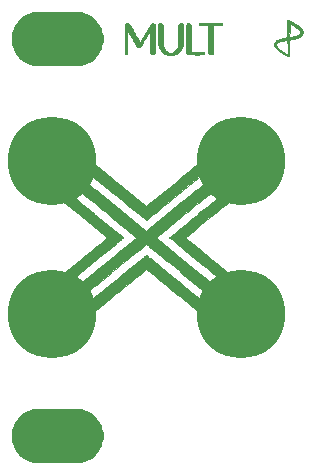
<source format=gbr>
G04 #@! TF.GenerationSoftware,KiCad,Pcbnew,(5.0.0)*
G04 #@! TF.CreationDate,2018-08-29T20:32:06+02:00*
G04 #@! TF.ProjectId,1u_mult_panel,31755F6D756C745F70616E656C2E6B69,rev?*
G04 #@! TF.SameCoordinates,Original*
G04 #@! TF.FileFunction,Soldermask,Top*
G04 #@! TF.FilePolarity,Negative*
%FSLAX46Y46*%
G04 Gerber Fmt 4.6, Leading zero omitted, Abs format (unit mm)*
G04 Created by KiCad (PCBNEW (5.0.0)) date 08/29/18 20:32:06*
%MOMM*%
%LPD*%
G01*
G04 APERTURE LIST*
%ADD10C,0.010000*%
%ADD11C,0.100000*%
%ADD12C,4.600000*%
%ADD13C,7.500000*%
G04 APERTURE END LIST*
D10*
G04 #@! TO.C,G\002A\002A\002A*
G36*
X15009030Y-21282979D02*
X15033780Y-21302387D01*
X15073412Y-21333997D01*
X15127189Y-21377205D01*
X15194373Y-21431409D01*
X15274225Y-21496006D01*
X15366009Y-21570392D01*
X15468985Y-21653965D01*
X15582416Y-21746121D01*
X15705565Y-21846258D01*
X15837692Y-21953772D01*
X15978061Y-22068060D01*
X16125933Y-22188520D01*
X16280570Y-22314548D01*
X16441235Y-22445541D01*
X16607189Y-22580896D01*
X16777694Y-22720010D01*
X16952014Y-22862280D01*
X17129408Y-23007103D01*
X17309141Y-23153876D01*
X17490474Y-23301996D01*
X17672668Y-23450860D01*
X17854986Y-23599864D01*
X18036691Y-23748407D01*
X18217043Y-23895884D01*
X18395306Y-24041693D01*
X18570741Y-24185230D01*
X18742610Y-24325893D01*
X18910175Y-24463078D01*
X19072699Y-24596183D01*
X19229444Y-24724605D01*
X19379671Y-24847739D01*
X19522643Y-24964984D01*
X19657621Y-25075737D01*
X19783868Y-25179393D01*
X19900647Y-25275351D01*
X20007218Y-25363007D01*
X20102844Y-25441758D01*
X20186787Y-25511001D01*
X20258309Y-25570133D01*
X20316673Y-25618551D01*
X20361139Y-25655653D01*
X20390971Y-25680833D01*
X20405431Y-25693491D01*
X20406745Y-25694917D01*
X20398829Y-25704137D01*
X20376998Y-25724882D01*
X20343586Y-25755109D01*
X20300924Y-25792775D01*
X20251344Y-25835838D01*
X20197178Y-25882254D01*
X20140759Y-25929981D01*
X20090584Y-25971869D01*
X20028072Y-26023038D01*
X19964266Y-26074085D01*
X19901436Y-26123307D01*
X19841854Y-26168997D01*
X19787793Y-26209452D01*
X19741523Y-26242966D01*
X19705316Y-26267834D01*
X19681445Y-26282351D01*
X19672827Y-26285387D01*
X19663724Y-26278505D01*
X19638908Y-26258735D01*
X19599033Y-26226614D01*
X19544755Y-26182674D01*
X19476727Y-26127451D01*
X19395604Y-26061478D01*
X19302041Y-25985291D01*
X19196693Y-25899423D01*
X19080214Y-25804409D01*
X18953258Y-25700783D01*
X18816481Y-25589080D01*
X18670536Y-25469834D01*
X18516078Y-25343580D01*
X18353763Y-25210851D01*
X18184244Y-25072182D01*
X18008176Y-24928108D01*
X17826214Y-24779163D01*
X17639012Y-24625882D01*
X17447225Y-24468797D01*
X17335530Y-24377292D01*
X17141440Y-24218300D01*
X16951570Y-24062824D01*
X16766575Y-23911398D01*
X16587107Y-23764554D01*
X16413821Y-23622826D01*
X16247371Y-23486748D01*
X16088411Y-23356853D01*
X15937595Y-23233674D01*
X15795576Y-23117744D01*
X15663008Y-23009597D01*
X15540545Y-22909766D01*
X15428842Y-22818785D01*
X15328551Y-22737186D01*
X15240328Y-22665503D01*
X15164825Y-22604270D01*
X15102697Y-22554019D01*
X15054597Y-22515284D01*
X15021180Y-22488599D01*
X15003099Y-22474496D01*
X14999901Y-22472292D01*
X14990939Y-22478915D01*
X14966265Y-22498427D01*
X14926533Y-22530296D01*
X14872397Y-22573988D01*
X14804510Y-22628970D01*
X14723526Y-22694708D01*
X14630100Y-22770670D01*
X14524884Y-22856321D01*
X14408534Y-22951128D01*
X14281703Y-23054559D01*
X14145044Y-23166079D01*
X13999212Y-23285156D01*
X13844860Y-23411255D01*
X13682643Y-23543845D01*
X13513214Y-23682390D01*
X13337228Y-23826359D01*
X13155337Y-23975217D01*
X12968196Y-24128432D01*
X12776459Y-24285469D01*
X12664381Y-24377292D01*
X12470268Y-24536316D01*
X12280365Y-24691844D01*
X12095327Y-24843341D01*
X11915808Y-24990273D01*
X11742463Y-25132105D01*
X11575946Y-25268304D01*
X11416911Y-25398335D01*
X11266015Y-25521663D01*
X11123910Y-25637753D01*
X10991252Y-25746073D01*
X10868695Y-25846086D01*
X10756895Y-25937259D01*
X10656504Y-26019058D01*
X10568179Y-26090947D01*
X10492573Y-26152393D01*
X10430341Y-26202861D01*
X10382138Y-26241817D01*
X10348618Y-26268726D01*
X10330436Y-26283054D01*
X10327184Y-26285387D01*
X10315097Y-26280299D01*
X10289348Y-26264255D01*
X10252964Y-26239313D01*
X10208976Y-26207534D01*
X10173050Y-26180628D01*
X10117424Y-26137735D01*
X10056212Y-26089468D01*
X9991493Y-26037567D01*
X9925346Y-25983774D01*
X9859849Y-25929829D01*
X9797080Y-25877474D01*
X9739119Y-25828449D01*
X9688043Y-25784497D01*
X9645930Y-25747358D01*
X9614860Y-25718774D01*
X9596911Y-25700485D01*
X9593262Y-25694917D01*
X9601290Y-25687499D01*
X9624989Y-25667314D01*
X9663621Y-25634964D01*
X9716449Y-25591052D01*
X9782733Y-25536183D01*
X9861737Y-25470958D01*
X9952722Y-25395980D01*
X10054951Y-25311854D01*
X10167685Y-25219182D01*
X10290187Y-25118566D01*
X10421718Y-25010611D01*
X10561541Y-24895918D01*
X10708918Y-24775092D01*
X10863111Y-24648736D01*
X11023382Y-24517451D01*
X11188993Y-24381842D01*
X11359206Y-24242512D01*
X11533283Y-24100063D01*
X11710486Y-23955098D01*
X11890077Y-23808221D01*
X12071319Y-23660035D01*
X12253473Y-23511143D01*
X12435802Y-23362148D01*
X12617567Y-23213653D01*
X12798031Y-23066260D01*
X12976456Y-22920574D01*
X13152103Y-22777197D01*
X13324236Y-22636732D01*
X13492115Y-22499783D01*
X13655003Y-22366952D01*
X13812162Y-22238842D01*
X13962855Y-22116057D01*
X14106342Y-21999199D01*
X14241887Y-21888872D01*
X14368751Y-21785679D01*
X14486196Y-21690223D01*
X14593485Y-21603106D01*
X14689880Y-21524932D01*
X14774642Y-21456305D01*
X14847034Y-21397826D01*
X14906317Y-21350100D01*
X14951754Y-21313728D01*
X14982608Y-21289315D01*
X14998139Y-21277464D01*
X14999900Y-21276375D01*
X15009030Y-21282979D01*
X15009030Y-21282979D01*
G37*
X15009030Y-21282979D02*
X15033780Y-21302387D01*
X15073412Y-21333997D01*
X15127189Y-21377205D01*
X15194373Y-21431409D01*
X15274225Y-21496006D01*
X15366009Y-21570392D01*
X15468985Y-21653965D01*
X15582416Y-21746121D01*
X15705565Y-21846258D01*
X15837692Y-21953772D01*
X15978061Y-22068060D01*
X16125933Y-22188520D01*
X16280570Y-22314548D01*
X16441235Y-22445541D01*
X16607189Y-22580896D01*
X16777694Y-22720010D01*
X16952014Y-22862280D01*
X17129408Y-23007103D01*
X17309141Y-23153876D01*
X17490474Y-23301996D01*
X17672668Y-23450860D01*
X17854986Y-23599864D01*
X18036691Y-23748407D01*
X18217043Y-23895884D01*
X18395306Y-24041693D01*
X18570741Y-24185230D01*
X18742610Y-24325893D01*
X18910175Y-24463078D01*
X19072699Y-24596183D01*
X19229444Y-24724605D01*
X19379671Y-24847739D01*
X19522643Y-24964984D01*
X19657621Y-25075737D01*
X19783868Y-25179393D01*
X19900647Y-25275351D01*
X20007218Y-25363007D01*
X20102844Y-25441758D01*
X20186787Y-25511001D01*
X20258309Y-25570133D01*
X20316673Y-25618551D01*
X20361139Y-25655653D01*
X20390971Y-25680833D01*
X20405431Y-25693491D01*
X20406745Y-25694917D01*
X20398829Y-25704137D01*
X20376998Y-25724882D01*
X20343586Y-25755109D01*
X20300924Y-25792775D01*
X20251344Y-25835838D01*
X20197178Y-25882254D01*
X20140759Y-25929981D01*
X20090584Y-25971869D01*
X20028072Y-26023038D01*
X19964266Y-26074085D01*
X19901436Y-26123307D01*
X19841854Y-26168997D01*
X19787793Y-26209452D01*
X19741523Y-26242966D01*
X19705316Y-26267834D01*
X19681445Y-26282351D01*
X19672827Y-26285387D01*
X19663724Y-26278505D01*
X19638908Y-26258735D01*
X19599033Y-26226614D01*
X19544755Y-26182674D01*
X19476727Y-26127451D01*
X19395604Y-26061478D01*
X19302041Y-25985291D01*
X19196693Y-25899423D01*
X19080214Y-25804409D01*
X18953258Y-25700783D01*
X18816481Y-25589080D01*
X18670536Y-25469834D01*
X18516078Y-25343580D01*
X18353763Y-25210851D01*
X18184244Y-25072182D01*
X18008176Y-24928108D01*
X17826214Y-24779163D01*
X17639012Y-24625882D01*
X17447225Y-24468797D01*
X17335530Y-24377292D01*
X17141440Y-24218300D01*
X16951570Y-24062824D01*
X16766575Y-23911398D01*
X16587107Y-23764554D01*
X16413821Y-23622826D01*
X16247371Y-23486748D01*
X16088411Y-23356853D01*
X15937595Y-23233674D01*
X15795576Y-23117744D01*
X15663008Y-23009597D01*
X15540545Y-22909766D01*
X15428842Y-22818785D01*
X15328551Y-22737186D01*
X15240328Y-22665503D01*
X15164825Y-22604270D01*
X15102697Y-22554019D01*
X15054597Y-22515284D01*
X15021180Y-22488599D01*
X15003099Y-22474496D01*
X14999901Y-22472292D01*
X14990939Y-22478915D01*
X14966265Y-22498427D01*
X14926533Y-22530296D01*
X14872397Y-22573988D01*
X14804510Y-22628970D01*
X14723526Y-22694708D01*
X14630100Y-22770670D01*
X14524884Y-22856321D01*
X14408534Y-22951128D01*
X14281703Y-23054559D01*
X14145044Y-23166079D01*
X13999212Y-23285156D01*
X13844860Y-23411255D01*
X13682643Y-23543845D01*
X13513214Y-23682390D01*
X13337228Y-23826359D01*
X13155337Y-23975217D01*
X12968196Y-24128432D01*
X12776459Y-24285469D01*
X12664381Y-24377292D01*
X12470268Y-24536316D01*
X12280365Y-24691844D01*
X12095327Y-24843341D01*
X11915808Y-24990273D01*
X11742463Y-25132105D01*
X11575946Y-25268304D01*
X11416911Y-25398335D01*
X11266015Y-25521663D01*
X11123910Y-25637753D01*
X10991252Y-25746073D01*
X10868695Y-25846086D01*
X10756895Y-25937259D01*
X10656504Y-26019058D01*
X10568179Y-26090947D01*
X10492573Y-26152393D01*
X10430341Y-26202861D01*
X10382138Y-26241817D01*
X10348618Y-26268726D01*
X10330436Y-26283054D01*
X10327184Y-26285387D01*
X10315097Y-26280299D01*
X10289348Y-26264255D01*
X10252964Y-26239313D01*
X10208976Y-26207534D01*
X10173050Y-26180628D01*
X10117424Y-26137735D01*
X10056212Y-26089468D01*
X9991493Y-26037567D01*
X9925346Y-25983774D01*
X9859849Y-25929829D01*
X9797080Y-25877474D01*
X9739119Y-25828449D01*
X9688043Y-25784497D01*
X9645930Y-25747358D01*
X9614860Y-25718774D01*
X9596911Y-25700485D01*
X9593262Y-25694917D01*
X9601290Y-25687499D01*
X9624989Y-25667314D01*
X9663621Y-25634964D01*
X9716449Y-25591052D01*
X9782733Y-25536183D01*
X9861737Y-25470958D01*
X9952722Y-25395980D01*
X10054951Y-25311854D01*
X10167685Y-25219182D01*
X10290187Y-25118566D01*
X10421718Y-25010611D01*
X10561541Y-24895918D01*
X10708918Y-24775092D01*
X10863111Y-24648736D01*
X11023382Y-24517451D01*
X11188993Y-24381842D01*
X11359206Y-24242512D01*
X11533283Y-24100063D01*
X11710486Y-23955098D01*
X11890077Y-23808221D01*
X12071319Y-23660035D01*
X12253473Y-23511143D01*
X12435802Y-23362148D01*
X12617567Y-23213653D01*
X12798031Y-23066260D01*
X12976456Y-22920574D01*
X13152103Y-22777197D01*
X13324236Y-22636732D01*
X13492115Y-22499783D01*
X13655003Y-22366952D01*
X13812162Y-22238842D01*
X13962855Y-22116057D01*
X14106342Y-21999199D01*
X14241887Y-21888872D01*
X14368751Y-21785679D01*
X14486196Y-21690223D01*
X14593485Y-21603106D01*
X14689880Y-21524932D01*
X14774642Y-21456305D01*
X14847034Y-21397826D01*
X14906317Y-21350100D01*
X14951754Y-21313728D01*
X14982608Y-21289315D01*
X14998139Y-21277464D01*
X14999900Y-21276375D01*
X15009030Y-21282979D01*
G36*
X20924292Y-14426443D02*
X20948552Y-14449393D01*
X20982571Y-14485351D01*
X21024767Y-14532438D01*
X21073554Y-14588778D01*
X21127349Y-14652494D01*
X21184568Y-14721709D01*
X21243628Y-14794546D01*
X21302944Y-14869128D01*
X21360933Y-14943578D01*
X21416010Y-15016019D01*
X21418429Y-15019247D01*
X21450938Y-15063229D01*
X21477947Y-15100857D01*
X21497340Y-15129094D01*
X21507001Y-15144904D01*
X21507600Y-15147164D01*
X21481053Y-15168484D01*
X21439709Y-15201972D01*
X21384285Y-15247039D01*
X21315498Y-15303098D01*
X21234065Y-15369558D01*
X21140704Y-15445832D01*
X21036132Y-15531330D01*
X20921065Y-15625465D01*
X20796222Y-15727646D01*
X20662319Y-15837286D01*
X20520074Y-15953795D01*
X20370204Y-16076586D01*
X20213425Y-16205069D01*
X20050456Y-16338655D01*
X19882014Y-16476756D01*
X19708815Y-16618783D01*
X19531576Y-16764147D01*
X19351016Y-16912260D01*
X19167851Y-17062532D01*
X18982799Y-17214376D01*
X18796576Y-17367202D01*
X18609900Y-17520422D01*
X18423489Y-17673447D01*
X18238058Y-17825687D01*
X18054326Y-17976556D01*
X17873010Y-18125463D01*
X17694827Y-18271820D01*
X17520493Y-18415038D01*
X17350728Y-18554529D01*
X17186246Y-18689704D01*
X17027767Y-18819974D01*
X16876006Y-18944750D01*
X16731682Y-19063443D01*
X16595511Y-19175466D01*
X16468210Y-19280229D01*
X16350497Y-19377143D01*
X16243090Y-19465620D01*
X16146704Y-19545071D01*
X16062058Y-19614907D01*
X15989869Y-19674539D01*
X15930853Y-19723380D01*
X15885728Y-19760839D01*
X15855212Y-19786329D01*
X15840021Y-19799260D01*
X15838376Y-19800829D01*
X15846697Y-19808081D01*
X15870805Y-19828256D01*
X15910110Y-19860867D01*
X15964021Y-19905430D01*
X16031946Y-19961458D01*
X16113295Y-20028467D01*
X16207477Y-20105972D01*
X16313900Y-20193487D01*
X16431973Y-20290526D01*
X16561105Y-20396605D01*
X16700706Y-20511238D01*
X16850184Y-20633939D01*
X17008947Y-20764224D01*
X17176406Y-20901607D01*
X17351968Y-21045603D01*
X17535043Y-21195727D01*
X17725039Y-21351492D01*
X17921366Y-21512414D01*
X18123432Y-21678008D01*
X18330647Y-21847788D01*
X18542419Y-22021269D01*
X18667125Y-22123412D01*
X18881315Y-22298840D01*
X19091321Y-22470848D01*
X19296551Y-22638949D01*
X19496413Y-22802658D01*
X19690314Y-22961491D01*
X19877662Y-23114960D01*
X20057863Y-23262582D01*
X20230326Y-23403869D01*
X20394458Y-23538337D01*
X20549666Y-23665501D01*
X20695358Y-23784874D01*
X20830941Y-23895972D01*
X20955823Y-23998308D01*
X21069412Y-24091397D01*
X21171114Y-24174755D01*
X21260337Y-24247894D01*
X21336489Y-24310330D01*
X21398977Y-24361578D01*
X21447209Y-24401151D01*
X21480592Y-24428564D01*
X21498533Y-24443332D01*
X21501628Y-24445911D01*
X21498786Y-24457132D01*
X21483865Y-24482531D01*
X21458431Y-24520103D01*
X21424051Y-24567845D01*
X21382293Y-24623753D01*
X21334722Y-24685824D01*
X21282905Y-24752054D01*
X21228410Y-24820439D01*
X21172802Y-24888976D01*
X21117649Y-24955661D01*
X21064517Y-25018491D01*
X21014973Y-25075461D01*
X20973022Y-25121935D01*
X20910792Y-25189246D01*
X17958042Y-22769991D01*
X17739127Y-22590641D01*
X17524401Y-22414745D01*
X17314441Y-22242778D01*
X17109826Y-22075211D01*
X16911135Y-21912517D01*
X16718945Y-21755170D01*
X16533835Y-21603643D01*
X16356383Y-21458408D01*
X16187169Y-21319940D01*
X16026769Y-21188709D01*
X15875762Y-21065191D01*
X15734728Y-20949857D01*
X15604243Y-20843180D01*
X15484887Y-20745635D01*
X15377237Y-20657693D01*
X15281873Y-20579828D01*
X15199371Y-20512512D01*
X15130312Y-20456219D01*
X15075273Y-20411422D01*
X15034832Y-20378594D01*
X15009568Y-20358207D01*
X15000059Y-20350735D01*
X15000000Y-20350708D01*
X14991516Y-20357336D01*
X14967239Y-20376909D01*
X14927750Y-20408953D01*
X14873625Y-20452997D01*
X14805444Y-20508565D01*
X14723785Y-20575187D01*
X14629227Y-20652387D01*
X14522348Y-20739694D01*
X14403726Y-20836634D01*
X14273940Y-20942734D01*
X14133569Y-21057520D01*
X13983190Y-21180521D01*
X13823383Y-21311262D01*
X13654726Y-21449271D01*
X13477798Y-21594074D01*
X13293176Y-21745199D01*
X13101439Y-21902172D01*
X12903166Y-22064520D01*
X12698936Y-22231771D01*
X12489326Y-22403450D01*
X12274916Y-22579085D01*
X12056283Y-22758202D01*
X12043350Y-22768798D01*
X11824501Y-22948099D01*
X11609848Y-23123945D01*
X11399972Y-23295863D01*
X11195448Y-23463381D01*
X10996856Y-23626025D01*
X10804773Y-23783322D01*
X10619778Y-23934799D01*
X10442449Y-24079983D01*
X10273363Y-24218401D01*
X10113099Y-24349580D01*
X9962235Y-24473048D01*
X9821349Y-24588330D01*
X9691019Y-24694953D01*
X9571823Y-24792446D01*
X9464340Y-24880334D01*
X9369146Y-24958145D01*
X9286821Y-25025405D01*
X9217943Y-25081642D01*
X9163088Y-25126382D01*
X9122837Y-25159153D01*
X9097766Y-25179481D01*
X9088454Y-25186893D01*
X9088409Y-25186917D01*
X9080448Y-25179474D01*
X9061204Y-25159108D01*
X9033402Y-25128765D01*
X8999768Y-25091390D01*
X8992936Y-25083729D01*
X8938635Y-25021705D01*
X8881713Y-24954810D01*
X8823675Y-24884987D01*
X8766026Y-24814178D01*
X8710271Y-24744326D01*
X8657916Y-24677374D01*
X8610464Y-24615263D01*
X8569423Y-24559936D01*
X8536296Y-24513336D01*
X8512590Y-24477405D01*
X8499808Y-24454086D01*
X8498558Y-24445716D01*
X8507302Y-24438481D01*
X8531830Y-24418321D01*
X8571549Y-24385721D01*
X8625867Y-24341167D01*
X8694191Y-24285143D01*
X8775929Y-24218136D01*
X8870488Y-24140631D01*
X8977275Y-24053113D01*
X9095699Y-23956067D01*
X9225167Y-23849980D01*
X9365085Y-23735336D01*
X9514863Y-23612622D01*
X9673907Y-23482322D01*
X9841624Y-23344922D01*
X10017423Y-23200907D01*
X10200711Y-23050763D01*
X10390896Y-22894975D01*
X10587384Y-22734030D01*
X10789583Y-22568411D01*
X10996902Y-22398605D01*
X11208746Y-22225097D01*
X11332875Y-22123434D01*
X11547021Y-21948031D01*
X11756952Y-21776047D01*
X11962078Y-21607967D01*
X12161807Y-21444278D01*
X12355548Y-21285463D01*
X12542711Y-21132009D01*
X12722704Y-20984401D01*
X12894936Y-20843123D01*
X13058816Y-20708663D01*
X13213752Y-20581503D01*
X13359155Y-20462131D01*
X13494432Y-20351032D01*
X13618992Y-20248689D01*
X13732245Y-20155590D01*
X13833600Y-20072220D01*
X13922465Y-19999063D01*
X13998249Y-19936605D01*
X14060361Y-19885331D01*
X14108209Y-19845727D01*
X14141204Y-19818278D01*
X14158754Y-19803470D01*
X14161623Y-19800864D01*
X14153692Y-19793880D01*
X14130107Y-19774068D01*
X14091586Y-19742016D01*
X14038844Y-19698313D01*
X13972599Y-19643548D01*
X13893568Y-19578310D01*
X13802468Y-19503186D01*
X13700017Y-19418766D01*
X13586931Y-19325638D01*
X13463927Y-19224390D01*
X13331723Y-19115613D01*
X13191035Y-18999893D01*
X13042580Y-18877820D01*
X12887077Y-18749982D01*
X12725241Y-18616968D01*
X12557790Y-18479366D01*
X12385440Y-18337766D01*
X12208910Y-18192755D01*
X12028915Y-18044922D01*
X11846174Y-17894857D01*
X11661402Y-17743147D01*
X11475318Y-17590381D01*
X11288638Y-17437149D01*
X11102079Y-17284037D01*
X10916359Y-17131636D01*
X10732194Y-16980533D01*
X10550301Y-16831318D01*
X10371398Y-16684578D01*
X10196202Y-16540903D01*
X10025430Y-16400881D01*
X9859798Y-16265101D01*
X9700024Y-16134151D01*
X9546825Y-16008621D01*
X9400918Y-15889098D01*
X9263020Y-15776171D01*
X9133848Y-15670429D01*
X9014119Y-15572460D01*
X8904550Y-15482854D01*
X8805859Y-15402198D01*
X8718762Y-15331082D01*
X8643976Y-15270093D01*
X8582219Y-15219821D01*
X8534208Y-15180855D01*
X8500659Y-15153782D01*
X8492400Y-15147172D01*
X8496921Y-15138032D01*
X8512139Y-15115081D01*
X8535939Y-15081356D01*
X8566203Y-15039893D01*
X8581572Y-15019247D01*
X8636489Y-14946928D01*
X8694388Y-14872518D01*
X8753684Y-14797894D01*
X8812794Y-14724932D01*
X8870134Y-14655509D01*
X8924120Y-14591503D01*
X8973170Y-14534788D01*
X9015697Y-14487243D01*
X9050121Y-14450745D01*
X9074855Y-14427169D01*
X9088317Y-14418392D01*
X9088632Y-14418375D01*
X9097770Y-14425007D01*
X9122694Y-14444588D01*
X9162822Y-14476644D01*
X9217575Y-14520702D01*
X9286372Y-14576287D01*
X9368630Y-14642927D01*
X9463771Y-14720147D01*
X9571212Y-14807474D01*
X9690373Y-14904435D01*
X9820674Y-15010556D01*
X9961533Y-15125364D01*
X10112369Y-15248384D01*
X10272602Y-15379143D01*
X10441650Y-15517168D01*
X10618934Y-15661985D01*
X10803871Y-15813121D01*
X10995882Y-15970101D01*
X11194385Y-16132452D01*
X11398800Y-16299701D01*
X11608545Y-16471375D01*
X11823041Y-16646998D01*
X12041705Y-16826099D01*
X12051299Y-16833959D01*
X14999923Y-19249542D01*
X17948632Y-16833959D01*
X18167469Y-16654719D01*
X18382162Y-16478936D01*
X18592130Y-16307082D01*
X18796793Y-16139632D01*
X18995569Y-15977059D01*
X19187878Y-15819837D01*
X19373139Y-15668438D01*
X19550771Y-15523338D01*
X19720194Y-15385008D01*
X19880826Y-15253924D01*
X20032086Y-15130557D01*
X20173394Y-15015383D01*
X20304169Y-14908875D01*
X20423830Y-14811505D01*
X20531797Y-14723748D01*
X20627487Y-14646078D01*
X20710321Y-14578967D01*
X20779718Y-14522890D01*
X20835097Y-14478320D01*
X20875876Y-14445731D01*
X20901476Y-14425596D01*
X20911314Y-14418388D01*
X20911376Y-14418375D01*
X20924292Y-14426443D01*
X20924292Y-14426443D01*
G37*
X20924292Y-14426443D02*
X20948552Y-14449393D01*
X20982571Y-14485351D01*
X21024767Y-14532438D01*
X21073554Y-14588778D01*
X21127349Y-14652494D01*
X21184568Y-14721709D01*
X21243628Y-14794546D01*
X21302944Y-14869128D01*
X21360933Y-14943578D01*
X21416010Y-15016019D01*
X21418429Y-15019247D01*
X21450938Y-15063229D01*
X21477947Y-15100857D01*
X21497340Y-15129094D01*
X21507001Y-15144904D01*
X21507600Y-15147164D01*
X21481053Y-15168484D01*
X21439709Y-15201972D01*
X21384285Y-15247039D01*
X21315498Y-15303098D01*
X21234065Y-15369558D01*
X21140704Y-15445832D01*
X21036132Y-15531330D01*
X20921065Y-15625465D01*
X20796222Y-15727646D01*
X20662319Y-15837286D01*
X20520074Y-15953795D01*
X20370204Y-16076586D01*
X20213425Y-16205069D01*
X20050456Y-16338655D01*
X19882014Y-16476756D01*
X19708815Y-16618783D01*
X19531576Y-16764147D01*
X19351016Y-16912260D01*
X19167851Y-17062532D01*
X18982799Y-17214376D01*
X18796576Y-17367202D01*
X18609900Y-17520422D01*
X18423489Y-17673447D01*
X18238058Y-17825687D01*
X18054326Y-17976556D01*
X17873010Y-18125463D01*
X17694827Y-18271820D01*
X17520493Y-18415038D01*
X17350728Y-18554529D01*
X17186246Y-18689704D01*
X17027767Y-18819974D01*
X16876006Y-18944750D01*
X16731682Y-19063443D01*
X16595511Y-19175466D01*
X16468210Y-19280229D01*
X16350497Y-19377143D01*
X16243090Y-19465620D01*
X16146704Y-19545071D01*
X16062058Y-19614907D01*
X15989869Y-19674539D01*
X15930853Y-19723380D01*
X15885728Y-19760839D01*
X15855212Y-19786329D01*
X15840021Y-19799260D01*
X15838376Y-19800829D01*
X15846697Y-19808081D01*
X15870805Y-19828256D01*
X15910110Y-19860867D01*
X15964021Y-19905430D01*
X16031946Y-19961458D01*
X16113295Y-20028467D01*
X16207477Y-20105972D01*
X16313900Y-20193487D01*
X16431973Y-20290526D01*
X16561105Y-20396605D01*
X16700706Y-20511238D01*
X16850184Y-20633939D01*
X17008947Y-20764224D01*
X17176406Y-20901607D01*
X17351968Y-21045603D01*
X17535043Y-21195727D01*
X17725039Y-21351492D01*
X17921366Y-21512414D01*
X18123432Y-21678008D01*
X18330647Y-21847788D01*
X18542419Y-22021269D01*
X18667125Y-22123412D01*
X18881315Y-22298840D01*
X19091321Y-22470848D01*
X19296551Y-22638949D01*
X19496413Y-22802658D01*
X19690314Y-22961491D01*
X19877662Y-23114960D01*
X20057863Y-23262582D01*
X20230326Y-23403869D01*
X20394458Y-23538337D01*
X20549666Y-23665501D01*
X20695358Y-23784874D01*
X20830941Y-23895972D01*
X20955823Y-23998308D01*
X21069412Y-24091397D01*
X21171114Y-24174755D01*
X21260337Y-24247894D01*
X21336489Y-24310330D01*
X21398977Y-24361578D01*
X21447209Y-24401151D01*
X21480592Y-24428564D01*
X21498533Y-24443332D01*
X21501628Y-24445911D01*
X21498786Y-24457132D01*
X21483865Y-24482531D01*
X21458431Y-24520103D01*
X21424051Y-24567845D01*
X21382293Y-24623753D01*
X21334722Y-24685824D01*
X21282905Y-24752054D01*
X21228410Y-24820439D01*
X21172802Y-24888976D01*
X21117649Y-24955661D01*
X21064517Y-25018491D01*
X21014973Y-25075461D01*
X20973022Y-25121935D01*
X20910792Y-25189246D01*
X17958042Y-22769991D01*
X17739127Y-22590641D01*
X17524401Y-22414745D01*
X17314441Y-22242778D01*
X17109826Y-22075211D01*
X16911135Y-21912517D01*
X16718945Y-21755170D01*
X16533835Y-21603643D01*
X16356383Y-21458408D01*
X16187169Y-21319940D01*
X16026769Y-21188709D01*
X15875762Y-21065191D01*
X15734728Y-20949857D01*
X15604243Y-20843180D01*
X15484887Y-20745635D01*
X15377237Y-20657693D01*
X15281873Y-20579828D01*
X15199371Y-20512512D01*
X15130312Y-20456219D01*
X15075273Y-20411422D01*
X15034832Y-20378594D01*
X15009568Y-20358207D01*
X15000059Y-20350735D01*
X15000000Y-20350708D01*
X14991516Y-20357336D01*
X14967239Y-20376909D01*
X14927750Y-20408953D01*
X14873625Y-20452997D01*
X14805444Y-20508565D01*
X14723785Y-20575187D01*
X14629227Y-20652387D01*
X14522348Y-20739694D01*
X14403726Y-20836634D01*
X14273940Y-20942734D01*
X14133569Y-21057520D01*
X13983190Y-21180521D01*
X13823383Y-21311262D01*
X13654726Y-21449271D01*
X13477798Y-21594074D01*
X13293176Y-21745199D01*
X13101439Y-21902172D01*
X12903166Y-22064520D01*
X12698936Y-22231771D01*
X12489326Y-22403450D01*
X12274916Y-22579085D01*
X12056283Y-22758202D01*
X12043350Y-22768798D01*
X11824501Y-22948099D01*
X11609848Y-23123945D01*
X11399972Y-23295863D01*
X11195448Y-23463381D01*
X10996856Y-23626025D01*
X10804773Y-23783322D01*
X10619778Y-23934799D01*
X10442449Y-24079983D01*
X10273363Y-24218401D01*
X10113099Y-24349580D01*
X9962235Y-24473048D01*
X9821349Y-24588330D01*
X9691019Y-24694953D01*
X9571823Y-24792446D01*
X9464340Y-24880334D01*
X9369146Y-24958145D01*
X9286821Y-25025405D01*
X9217943Y-25081642D01*
X9163088Y-25126382D01*
X9122837Y-25159153D01*
X9097766Y-25179481D01*
X9088454Y-25186893D01*
X9088409Y-25186917D01*
X9080448Y-25179474D01*
X9061204Y-25159108D01*
X9033402Y-25128765D01*
X8999768Y-25091390D01*
X8992936Y-25083729D01*
X8938635Y-25021705D01*
X8881713Y-24954810D01*
X8823675Y-24884987D01*
X8766026Y-24814178D01*
X8710271Y-24744326D01*
X8657916Y-24677374D01*
X8610464Y-24615263D01*
X8569423Y-24559936D01*
X8536296Y-24513336D01*
X8512590Y-24477405D01*
X8499808Y-24454086D01*
X8498558Y-24445716D01*
X8507302Y-24438481D01*
X8531830Y-24418321D01*
X8571549Y-24385721D01*
X8625867Y-24341167D01*
X8694191Y-24285143D01*
X8775929Y-24218136D01*
X8870488Y-24140631D01*
X8977275Y-24053113D01*
X9095699Y-23956067D01*
X9225167Y-23849980D01*
X9365085Y-23735336D01*
X9514863Y-23612622D01*
X9673907Y-23482322D01*
X9841624Y-23344922D01*
X10017423Y-23200907D01*
X10200711Y-23050763D01*
X10390896Y-22894975D01*
X10587384Y-22734030D01*
X10789583Y-22568411D01*
X10996902Y-22398605D01*
X11208746Y-22225097D01*
X11332875Y-22123434D01*
X11547021Y-21948031D01*
X11756952Y-21776047D01*
X11962078Y-21607967D01*
X12161807Y-21444278D01*
X12355548Y-21285463D01*
X12542711Y-21132009D01*
X12722704Y-20984401D01*
X12894936Y-20843123D01*
X13058816Y-20708663D01*
X13213752Y-20581503D01*
X13359155Y-20462131D01*
X13494432Y-20351032D01*
X13618992Y-20248689D01*
X13732245Y-20155590D01*
X13833600Y-20072220D01*
X13922465Y-19999063D01*
X13998249Y-19936605D01*
X14060361Y-19885331D01*
X14108209Y-19845727D01*
X14141204Y-19818278D01*
X14158754Y-19803470D01*
X14161623Y-19800864D01*
X14153692Y-19793880D01*
X14130107Y-19774068D01*
X14091586Y-19742016D01*
X14038844Y-19698313D01*
X13972599Y-19643548D01*
X13893568Y-19578310D01*
X13802468Y-19503186D01*
X13700017Y-19418766D01*
X13586931Y-19325638D01*
X13463927Y-19224390D01*
X13331723Y-19115613D01*
X13191035Y-18999893D01*
X13042580Y-18877820D01*
X12887077Y-18749982D01*
X12725241Y-18616968D01*
X12557790Y-18479366D01*
X12385440Y-18337766D01*
X12208910Y-18192755D01*
X12028915Y-18044922D01*
X11846174Y-17894857D01*
X11661402Y-17743147D01*
X11475318Y-17590381D01*
X11288638Y-17437149D01*
X11102079Y-17284037D01*
X10916359Y-17131636D01*
X10732194Y-16980533D01*
X10550301Y-16831318D01*
X10371398Y-16684578D01*
X10196202Y-16540903D01*
X10025430Y-16400881D01*
X9859798Y-16265101D01*
X9700024Y-16134151D01*
X9546825Y-16008621D01*
X9400918Y-15889098D01*
X9263020Y-15776171D01*
X9133848Y-15670429D01*
X9014119Y-15572460D01*
X8904550Y-15482854D01*
X8805859Y-15402198D01*
X8718762Y-15331082D01*
X8643976Y-15270093D01*
X8582219Y-15219821D01*
X8534208Y-15180855D01*
X8500659Y-15153782D01*
X8492400Y-15147172D01*
X8496921Y-15138032D01*
X8512139Y-15115081D01*
X8535939Y-15081356D01*
X8566203Y-15039893D01*
X8581572Y-15019247D01*
X8636489Y-14946928D01*
X8694388Y-14872518D01*
X8753684Y-14797894D01*
X8812794Y-14724932D01*
X8870134Y-14655509D01*
X8924120Y-14591503D01*
X8973170Y-14534788D01*
X9015697Y-14487243D01*
X9050121Y-14450745D01*
X9074855Y-14427169D01*
X9088317Y-14418392D01*
X9088632Y-14418375D01*
X9097770Y-14425007D01*
X9122694Y-14444588D01*
X9162822Y-14476644D01*
X9217575Y-14520702D01*
X9286372Y-14576287D01*
X9368630Y-14642927D01*
X9463771Y-14720147D01*
X9571212Y-14807474D01*
X9690373Y-14904435D01*
X9820674Y-15010556D01*
X9961533Y-15125364D01*
X10112369Y-15248384D01*
X10272602Y-15379143D01*
X10441650Y-15517168D01*
X10618934Y-15661985D01*
X10803871Y-15813121D01*
X10995882Y-15970101D01*
X11194385Y-16132452D01*
X11398800Y-16299701D01*
X11608545Y-16471375D01*
X11823041Y-16646998D01*
X12041705Y-16826099D01*
X12051299Y-16833959D01*
X14999923Y-19249542D01*
X17948632Y-16833959D01*
X18167469Y-16654719D01*
X18382162Y-16478936D01*
X18592130Y-16307082D01*
X18796793Y-16139632D01*
X18995569Y-15977059D01*
X19187878Y-15819837D01*
X19373139Y-15668438D01*
X19550771Y-15523338D01*
X19720194Y-15385008D01*
X19880826Y-15253924D01*
X20032086Y-15130557D01*
X20173394Y-15015383D01*
X20304169Y-14908875D01*
X20423830Y-14811505D01*
X20531797Y-14723748D01*
X20627487Y-14646078D01*
X20710321Y-14578967D01*
X20779718Y-14522890D01*
X20835097Y-14478320D01*
X20875876Y-14445731D01*
X20901476Y-14425596D01*
X20911314Y-14418388D01*
X20911376Y-14418375D01*
X20924292Y-14426443D01*
G36*
X8118212Y-15761646D02*
X8143119Y-15781407D01*
X8183123Y-15813550D01*
X8237589Y-15857556D01*
X8305879Y-15912905D01*
X8387358Y-15979079D01*
X8481391Y-16055559D01*
X8587340Y-16141826D01*
X8704570Y-16237360D01*
X8832444Y-16341644D01*
X8970328Y-16454158D01*
X9117584Y-16574384D01*
X9273576Y-16701801D01*
X9437669Y-16835893D01*
X9609227Y-16976139D01*
X9787613Y-17122020D01*
X9972191Y-17273019D01*
X10162326Y-17428615D01*
X10357381Y-17588291D01*
X10556720Y-17751526D01*
X10586847Y-17776201D01*
X13051280Y-19794709D01*
X13028161Y-19817443D01*
X13018926Y-19825199D01*
X12994091Y-19845730D01*
X12954430Y-19878401D01*
X12900721Y-19922575D01*
X12833738Y-19977619D01*
X12754257Y-20042894D01*
X12663054Y-20117767D01*
X12560904Y-20201602D01*
X12448583Y-20293762D01*
X12326866Y-20393612D01*
X12196530Y-20500518D01*
X12058350Y-20613842D01*
X11913101Y-20732949D01*
X11761559Y-20857204D01*
X11604500Y-20985972D01*
X11442699Y-21118616D01*
X11276932Y-21254500D01*
X11107975Y-21392990D01*
X10936603Y-21533450D01*
X10763592Y-21675244D01*
X10589717Y-21817736D01*
X10415755Y-21960291D01*
X10242480Y-22102273D01*
X10070669Y-22243046D01*
X9901097Y-22381976D01*
X9734539Y-22518426D01*
X9571772Y-22651760D01*
X9413571Y-22781344D01*
X9260711Y-22906540D01*
X9113968Y-23026715D01*
X8974119Y-23141232D01*
X8841937Y-23249455D01*
X8718200Y-23350750D01*
X8603683Y-23444480D01*
X8499161Y-23530009D01*
X8405410Y-23606702D01*
X8323205Y-23673924D01*
X8253323Y-23731039D01*
X8196539Y-23777411D01*
X8153628Y-23812405D01*
X8125366Y-23835384D01*
X8113748Y-23844752D01*
X8102739Y-23843553D01*
X8086168Y-23825373D01*
X8062854Y-23788911D01*
X8062236Y-23787860D01*
X8005767Y-23688727D01*
X7944523Y-23576190D01*
X7881764Y-23456427D01*
X7820750Y-23335617D01*
X7784928Y-23262278D01*
X7754112Y-23197704D01*
X7731887Y-23149473D01*
X7717308Y-23115032D01*
X7709429Y-23091826D01*
X7707306Y-23077302D01*
X7709994Y-23068906D01*
X7712469Y-23066486D01*
X7728796Y-23053597D01*
X7760184Y-23028318D01*
X7805775Y-22991352D01*
X7864713Y-22943403D01*
X7936142Y-22885174D01*
X8019205Y-22817368D01*
X8113045Y-22740687D01*
X8216806Y-22655836D01*
X8329631Y-22563517D01*
X8450663Y-22464433D01*
X8579046Y-22359287D01*
X8713923Y-22248784D01*
X8854438Y-22133625D01*
X8999734Y-22014513D01*
X9148954Y-21892153D01*
X9301241Y-21767247D01*
X9455740Y-21640498D01*
X9611593Y-21512609D01*
X9767944Y-21384284D01*
X9923937Y-21256226D01*
X10078714Y-21129137D01*
X10231418Y-21003721D01*
X10381194Y-20880681D01*
X10527185Y-20760720D01*
X10668534Y-20644542D01*
X10804385Y-20532848D01*
X10933880Y-20426343D01*
X11056163Y-20325730D01*
X11170378Y-20231712D01*
X11275669Y-20144991D01*
X11371177Y-20066271D01*
X11456047Y-19996256D01*
X11529423Y-19935647D01*
X11590446Y-19885149D01*
X11638262Y-19845465D01*
X11672013Y-19817297D01*
X11690843Y-19801348D01*
X11694687Y-19797833D01*
X11686433Y-19790547D01*
X11662504Y-19770436D01*
X11623607Y-19738082D01*
X11570447Y-19694066D01*
X11503731Y-19638968D01*
X11424166Y-19573368D01*
X11332457Y-19497848D01*
X11229312Y-19412987D01*
X11115437Y-19319366D01*
X10991537Y-19217566D01*
X10858320Y-19108168D01*
X10716492Y-18991751D01*
X10566760Y-18868897D01*
X10409829Y-18740186D01*
X10246406Y-18606199D01*
X10077198Y-18467516D01*
X9902910Y-18324717D01*
X9724250Y-18178384D01*
X9713625Y-18169683D01*
X9534512Y-18022994D01*
X9359606Y-17879729D01*
X9189621Y-17740474D01*
X9025272Y-17605814D01*
X8867272Y-17476336D01*
X8716336Y-17352624D01*
X8573178Y-17235266D01*
X8438512Y-17124845D01*
X8313052Y-17021950D01*
X8197513Y-16927164D01*
X8092608Y-16841074D01*
X7999052Y-16764267D01*
X7917558Y-16697326D01*
X7848841Y-16640839D01*
X7793616Y-16595391D01*
X7752595Y-16561568D01*
X7726494Y-16539955D01*
X7716027Y-16531139D01*
X7715937Y-16531055D01*
X7710994Y-16525011D01*
X7708734Y-16516998D01*
X7710032Y-16504859D01*
X7715762Y-16486439D01*
X7726799Y-16459580D01*
X7744018Y-16422127D01*
X7768294Y-16371923D01*
X7800500Y-16306812D01*
X7834667Y-16238331D01*
X7895806Y-16117269D01*
X7949869Y-16012862D01*
X7996616Y-15925532D01*
X8035809Y-15855703D01*
X8067208Y-15803795D01*
X8090573Y-15770231D01*
X8105664Y-15755434D01*
X8109038Y-15754784D01*
X8118212Y-15761646D01*
X8118212Y-15761646D01*
G37*
X8118212Y-15761646D02*
X8143119Y-15781407D01*
X8183123Y-15813550D01*
X8237589Y-15857556D01*
X8305879Y-15912905D01*
X8387358Y-15979079D01*
X8481391Y-16055559D01*
X8587340Y-16141826D01*
X8704570Y-16237360D01*
X8832444Y-16341644D01*
X8970328Y-16454158D01*
X9117584Y-16574384D01*
X9273576Y-16701801D01*
X9437669Y-16835893D01*
X9609227Y-16976139D01*
X9787613Y-17122020D01*
X9972191Y-17273019D01*
X10162326Y-17428615D01*
X10357381Y-17588291D01*
X10556720Y-17751526D01*
X10586847Y-17776201D01*
X13051280Y-19794709D01*
X13028161Y-19817443D01*
X13018926Y-19825199D01*
X12994091Y-19845730D01*
X12954430Y-19878401D01*
X12900721Y-19922575D01*
X12833738Y-19977619D01*
X12754257Y-20042894D01*
X12663054Y-20117767D01*
X12560904Y-20201602D01*
X12448583Y-20293762D01*
X12326866Y-20393612D01*
X12196530Y-20500518D01*
X12058350Y-20613842D01*
X11913101Y-20732949D01*
X11761559Y-20857204D01*
X11604500Y-20985972D01*
X11442699Y-21118616D01*
X11276932Y-21254500D01*
X11107975Y-21392990D01*
X10936603Y-21533450D01*
X10763592Y-21675244D01*
X10589717Y-21817736D01*
X10415755Y-21960291D01*
X10242480Y-22102273D01*
X10070669Y-22243046D01*
X9901097Y-22381976D01*
X9734539Y-22518426D01*
X9571772Y-22651760D01*
X9413571Y-22781344D01*
X9260711Y-22906540D01*
X9113968Y-23026715D01*
X8974119Y-23141232D01*
X8841937Y-23249455D01*
X8718200Y-23350750D01*
X8603683Y-23444480D01*
X8499161Y-23530009D01*
X8405410Y-23606702D01*
X8323205Y-23673924D01*
X8253323Y-23731039D01*
X8196539Y-23777411D01*
X8153628Y-23812405D01*
X8125366Y-23835384D01*
X8113748Y-23844752D01*
X8102739Y-23843553D01*
X8086168Y-23825373D01*
X8062854Y-23788911D01*
X8062236Y-23787860D01*
X8005767Y-23688727D01*
X7944523Y-23576190D01*
X7881764Y-23456427D01*
X7820750Y-23335617D01*
X7784928Y-23262278D01*
X7754112Y-23197704D01*
X7731887Y-23149473D01*
X7717308Y-23115032D01*
X7709429Y-23091826D01*
X7707306Y-23077302D01*
X7709994Y-23068906D01*
X7712469Y-23066486D01*
X7728796Y-23053597D01*
X7760184Y-23028318D01*
X7805775Y-22991352D01*
X7864713Y-22943403D01*
X7936142Y-22885174D01*
X8019205Y-22817368D01*
X8113045Y-22740687D01*
X8216806Y-22655836D01*
X8329631Y-22563517D01*
X8450663Y-22464433D01*
X8579046Y-22359287D01*
X8713923Y-22248784D01*
X8854438Y-22133625D01*
X8999734Y-22014513D01*
X9148954Y-21892153D01*
X9301241Y-21767247D01*
X9455740Y-21640498D01*
X9611593Y-21512609D01*
X9767944Y-21384284D01*
X9923937Y-21256226D01*
X10078714Y-21129137D01*
X10231418Y-21003721D01*
X10381194Y-20880681D01*
X10527185Y-20760720D01*
X10668534Y-20644542D01*
X10804385Y-20532848D01*
X10933880Y-20426343D01*
X11056163Y-20325730D01*
X11170378Y-20231712D01*
X11275669Y-20144991D01*
X11371177Y-20066271D01*
X11456047Y-19996256D01*
X11529423Y-19935647D01*
X11590446Y-19885149D01*
X11638262Y-19845465D01*
X11672013Y-19817297D01*
X11690843Y-19801348D01*
X11694687Y-19797833D01*
X11686433Y-19790547D01*
X11662504Y-19770436D01*
X11623607Y-19738082D01*
X11570447Y-19694066D01*
X11503731Y-19638968D01*
X11424166Y-19573368D01*
X11332457Y-19497848D01*
X11229312Y-19412987D01*
X11115437Y-19319366D01*
X10991537Y-19217566D01*
X10858320Y-19108168D01*
X10716492Y-18991751D01*
X10566760Y-18868897D01*
X10409829Y-18740186D01*
X10246406Y-18606199D01*
X10077198Y-18467516D01*
X9902910Y-18324717D01*
X9724250Y-18178384D01*
X9713625Y-18169683D01*
X9534512Y-18022994D01*
X9359606Y-17879729D01*
X9189621Y-17740474D01*
X9025272Y-17605814D01*
X8867272Y-17476336D01*
X8716336Y-17352624D01*
X8573178Y-17235266D01*
X8438512Y-17124845D01*
X8313052Y-17021950D01*
X8197513Y-16927164D01*
X8092608Y-16841074D01*
X7999052Y-16764267D01*
X7917558Y-16697326D01*
X7848841Y-16640839D01*
X7793616Y-16595391D01*
X7752595Y-16561568D01*
X7726494Y-16539955D01*
X7716027Y-16531139D01*
X7715937Y-16531055D01*
X7710994Y-16525011D01*
X7708734Y-16516998D01*
X7710032Y-16504859D01*
X7715762Y-16486439D01*
X7726799Y-16459580D01*
X7744018Y-16422127D01*
X7768294Y-16371923D01*
X7800500Y-16306812D01*
X7834667Y-16238331D01*
X7895806Y-16117269D01*
X7949869Y-16012862D01*
X7996616Y-15925532D01*
X8035809Y-15855703D01*
X8067208Y-15803795D01*
X8090573Y-15770231D01*
X8105664Y-15755434D01*
X8109038Y-15754784D01*
X8118212Y-15761646D01*
G36*
X21919268Y-15777309D02*
X21940448Y-15812008D01*
X21968329Y-15860730D01*
X22001574Y-15920995D01*
X22038846Y-15990326D01*
X22078806Y-16066246D01*
X22120117Y-16146276D01*
X22161443Y-16227939D01*
X22187711Y-16280787D01*
X22223364Y-16353293D01*
X22250462Y-16409246D01*
X22269922Y-16451024D01*
X22282655Y-16481004D01*
X22289577Y-16501565D01*
X22291601Y-16515084D01*
X22289641Y-16523940D01*
X22284611Y-16530510D01*
X22283940Y-16531166D01*
X22274180Y-16539400D01*
X22248755Y-16560456D01*
X22208379Y-16593748D01*
X22153768Y-16638691D01*
X22085634Y-16694699D01*
X22004692Y-16761186D01*
X21911655Y-16837566D01*
X21807239Y-16923254D01*
X21692156Y-17017664D01*
X21567122Y-17120211D01*
X21432850Y-17230308D01*
X21290054Y-17347370D01*
X21139449Y-17470811D01*
X20981748Y-17600045D01*
X20817666Y-17734487D01*
X20647916Y-17873550D01*
X20473213Y-18016650D01*
X20294270Y-18163201D01*
X20286375Y-18169666D01*
X20107480Y-18316190D01*
X19932917Y-18459213D01*
X19763390Y-18598155D01*
X19599608Y-18732435D01*
X19442277Y-18861473D01*
X19292102Y-18984688D01*
X19149791Y-19101500D01*
X19016049Y-19211328D01*
X18891583Y-19313591D01*
X18777099Y-19407710D01*
X18673304Y-19493102D01*
X18580905Y-19569189D01*
X18500607Y-19635388D01*
X18433117Y-19691121D01*
X18379141Y-19735805D01*
X18339386Y-19768862D01*
X18314558Y-19789709D01*
X18305364Y-19797766D01*
X18305325Y-19797829D01*
X18313255Y-19804853D01*
X18336704Y-19824586D01*
X18374814Y-19856325D01*
X18426729Y-19899368D01*
X18491592Y-19953010D01*
X18568548Y-20016550D01*
X18656739Y-20089283D01*
X18755309Y-20170508D01*
X18863401Y-20259520D01*
X18980158Y-20355617D01*
X19104725Y-20458096D01*
X19236244Y-20566253D01*
X19373859Y-20679386D01*
X19516713Y-20796791D01*
X19663951Y-20917766D01*
X19814714Y-21041607D01*
X19968147Y-21167611D01*
X20123393Y-21295075D01*
X20279596Y-21423296D01*
X20435898Y-21551572D01*
X20591444Y-21679198D01*
X20745377Y-21805472D01*
X20896839Y-21929690D01*
X21044976Y-22051151D01*
X21188929Y-22169150D01*
X21327843Y-22282984D01*
X21460861Y-22391951D01*
X21587126Y-22495347D01*
X21705782Y-22592470D01*
X21815972Y-22682615D01*
X21916839Y-22765081D01*
X22007528Y-22839164D01*
X22087181Y-22904161D01*
X22154942Y-22959369D01*
X22209954Y-23004084D01*
X22251361Y-23037605D01*
X22278307Y-23059226D01*
X22288157Y-23066945D01*
X22292290Y-23072711D01*
X22292705Y-23082827D01*
X22288514Y-23099473D01*
X22278829Y-23124831D01*
X22262763Y-23161082D01*
X22239430Y-23210406D01*
X22207940Y-23274984D01*
X22182647Y-23326237D01*
X22145618Y-23400157D01*
X22106792Y-23476060D01*
X22067573Y-23551349D01*
X22029364Y-23623428D01*
X21993566Y-23689700D01*
X21961585Y-23747569D01*
X21934823Y-23794439D01*
X21914682Y-23827713D01*
X21902567Y-23844795D01*
X21902204Y-23845171D01*
X21893506Y-23839168D01*
X21869077Y-23820253D01*
X21829551Y-23788941D01*
X21775560Y-23745749D01*
X21707738Y-23691190D01*
X21626716Y-23625779D01*
X21533128Y-23550032D01*
X21427607Y-23464463D01*
X21310786Y-23369588D01*
X21183297Y-23265921D01*
X21045774Y-23153978D01*
X20898849Y-23034273D01*
X20743155Y-22907321D01*
X20579326Y-22773638D01*
X20407993Y-22633738D01*
X20229791Y-22488135D01*
X20045351Y-22337346D01*
X19855307Y-22181886D01*
X19660292Y-22022268D01*
X19460939Y-21859008D01*
X19423612Y-21828430D01*
X19223543Y-21664491D01*
X19027759Y-21504001D01*
X18836891Y-21347479D01*
X18651568Y-21195445D01*
X18472423Y-21048416D01*
X18300084Y-20906913D01*
X18135183Y-20771455D01*
X17978351Y-20642560D01*
X17830217Y-20520747D01*
X17691412Y-20406535D01*
X17562566Y-20300443D01*
X17444311Y-20202991D01*
X17337276Y-20114697D01*
X17242093Y-20036081D01*
X17159391Y-19967660D01*
X17089801Y-19909955D01*
X17033954Y-19863484D01*
X16992480Y-19828767D01*
X16966010Y-19806321D01*
X16955174Y-19796667D01*
X16954933Y-19796326D01*
X16963205Y-19789075D01*
X16987223Y-19768936D01*
X17026355Y-19736426D01*
X17079967Y-19692067D01*
X17147427Y-19636377D01*
X17228104Y-19569876D01*
X17321365Y-19493084D01*
X17426578Y-19406520D01*
X17543109Y-19310703D01*
X17670328Y-19206153D01*
X17807601Y-19093390D01*
X17954296Y-18972933D01*
X18109782Y-18845301D01*
X18273425Y-18711015D01*
X18444593Y-18570593D01*
X18622654Y-18424556D01*
X18806975Y-18273422D01*
X18996925Y-18117711D01*
X19191871Y-17957943D01*
X19391180Y-17794638D01*
X19425059Y-17766883D01*
X19669719Y-17566475D01*
X19898517Y-17379115D01*
X20111940Y-17204408D01*
X20310477Y-17041959D01*
X20494615Y-16891374D01*
X20664842Y-16752257D01*
X20821645Y-16624214D01*
X20965513Y-16506851D01*
X21096934Y-16399772D01*
X21216395Y-16302583D01*
X21324384Y-16214889D01*
X21421389Y-16136295D01*
X21507897Y-16066406D01*
X21584397Y-16004828D01*
X21651376Y-15951166D01*
X21709323Y-15905025D01*
X21758724Y-15866011D01*
X21800068Y-15833728D01*
X21833842Y-15807782D01*
X21860535Y-15787779D01*
X21880634Y-15773322D01*
X21894628Y-15764018D01*
X21903003Y-15759473D01*
X21906126Y-15759108D01*
X21919268Y-15777309D01*
X21919268Y-15777309D01*
G37*
X21919268Y-15777309D02*
X21940448Y-15812008D01*
X21968329Y-15860730D01*
X22001574Y-15920995D01*
X22038846Y-15990326D01*
X22078806Y-16066246D01*
X22120117Y-16146276D01*
X22161443Y-16227939D01*
X22187711Y-16280787D01*
X22223364Y-16353293D01*
X22250462Y-16409246D01*
X22269922Y-16451024D01*
X22282655Y-16481004D01*
X22289577Y-16501565D01*
X22291601Y-16515084D01*
X22289641Y-16523940D01*
X22284611Y-16530510D01*
X22283940Y-16531166D01*
X22274180Y-16539400D01*
X22248755Y-16560456D01*
X22208379Y-16593748D01*
X22153768Y-16638691D01*
X22085634Y-16694699D01*
X22004692Y-16761186D01*
X21911655Y-16837566D01*
X21807239Y-16923254D01*
X21692156Y-17017664D01*
X21567122Y-17120211D01*
X21432850Y-17230308D01*
X21290054Y-17347370D01*
X21139449Y-17470811D01*
X20981748Y-17600045D01*
X20817666Y-17734487D01*
X20647916Y-17873550D01*
X20473213Y-18016650D01*
X20294270Y-18163201D01*
X20286375Y-18169666D01*
X20107480Y-18316190D01*
X19932917Y-18459213D01*
X19763390Y-18598155D01*
X19599608Y-18732435D01*
X19442277Y-18861473D01*
X19292102Y-18984688D01*
X19149791Y-19101500D01*
X19016049Y-19211328D01*
X18891583Y-19313591D01*
X18777099Y-19407710D01*
X18673304Y-19493102D01*
X18580905Y-19569189D01*
X18500607Y-19635388D01*
X18433117Y-19691121D01*
X18379141Y-19735805D01*
X18339386Y-19768862D01*
X18314558Y-19789709D01*
X18305364Y-19797766D01*
X18305325Y-19797829D01*
X18313255Y-19804853D01*
X18336704Y-19824586D01*
X18374814Y-19856325D01*
X18426729Y-19899368D01*
X18491592Y-19953010D01*
X18568548Y-20016550D01*
X18656739Y-20089283D01*
X18755309Y-20170508D01*
X18863401Y-20259520D01*
X18980158Y-20355617D01*
X19104725Y-20458096D01*
X19236244Y-20566253D01*
X19373859Y-20679386D01*
X19516713Y-20796791D01*
X19663951Y-20917766D01*
X19814714Y-21041607D01*
X19968147Y-21167611D01*
X20123393Y-21295075D01*
X20279596Y-21423296D01*
X20435898Y-21551572D01*
X20591444Y-21679198D01*
X20745377Y-21805472D01*
X20896839Y-21929690D01*
X21044976Y-22051151D01*
X21188929Y-22169150D01*
X21327843Y-22282984D01*
X21460861Y-22391951D01*
X21587126Y-22495347D01*
X21705782Y-22592470D01*
X21815972Y-22682615D01*
X21916839Y-22765081D01*
X22007528Y-22839164D01*
X22087181Y-22904161D01*
X22154942Y-22959369D01*
X22209954Y-23004084D01*
X22251361Y-23037605D01*
X22278307Y-23059226D01*
X22288157Y-23066945D01*
X22292290Y-23072711D01*
X22292705Y-23082827D01*
X22288514Y-23099473D01*
X22278829Y-23124831D01*
X22262763Y-23161082D01*
X22239430Y-23210406D01*
X22207940Y-23274984D01*
X22182647Y-23326237D01*
X22145618Y-23400157D01*
X22106792Y-23476060D01*
X22067573Y-23551349D01*
X22029364Y-23623428D01*
X21993566Y-23689700D01*
X21961585Y-23747569D01*
X21934823Y-23794439D01*
X21914682Y-23827713D01*
X21902567Y-23844795D01*
X21902204Y-23845171D01*
X21893506Y-23839168D01*
X21869077Y-23820253D01*
X21829551Y-23788941D01*
X21775560Y-23745749D01*
X21707738Y-23691190D01*
X21626716Y-23625779D01*
X21533128Y-23550032D01*
X21427607Y-23464463D01*
X21310786Y-23369588D01*
X21183297Y-23265921D01*
X21045774Y-23153978D01*
X20898849Y-23034273D01*
X20743155Y-22907321D01*
X20579326Y-22773638D01*
X20407993Y-22633738D01*
X20229791Y-22488135D01*
X20045351Y-22337346D01*
X19855307Y-22181886D01*
X19660292Y-22022268D01*
X19460939Y-21859008D01*
X19423612Y-21828430D01*
X19223543Y-21664491D01*
X19027759Y-21504001D01*
X18836891Y-21347479D01*
X18651568Y-21195445D01*
X18472423Y-21048416D01*
X18300084Y-20906913D01*
X18135183Y-20771455D01*
X17978351Y-20642560D01*
X17830217Y-20520747D01*
X17691412Y-20406535D01*
X17562566Y-20300443D01*
X17444311Y-20202991D01*
X17337276Y-20114697D01*
X17242093Y-20036081D01*
X17159391Y-19967660D01*
X17089801Y-19909955D01*
X17033954Y-19863484D01*
X16992480Y-19828767D01*
X16966010Y-19806321D01*
X16955174Y-19796667D01*
X16954933Y-19796326D01*
X16963205Y-19789075D01*
X16987223Y-19768936D01*
X17026355Y-19736426D01*
X17079967Y-19692067D01*
X17147427Y-19636377D01*
X17228104Y-19569876D01*
X17321365Y-19493084D01*
X17426578Y-19406520D01*
X17543109Y-19310703D01*
X17670328Y-19206153D01*
X17807601Y-19093390D01*
X17954296Y-18972933D01*
X18109782Y-18845301D01*
X18273425Y-18711015D01*
X18444593Y-18570593D01*
X18622654Y-18424556D01*
X18806975Y-18273422D01*
X18996925Y-18117711D01*
X19191871Y-17957943D01*
X19391180Y-17794638D01*
X19425059Y-17766883D01*
X19669719Y-17566475D01*
X19898517Y-17379115D01*
X20111940Y-17204408D01*
X20310477Y-17041959D01*
X20494615Y-16891374D01*
X20664842Y-16752257D01*
X20821645Y-16624214D01*
X20965513Y-16506851D01*
X21096934Y-16399772D01*
X21216395Y-16302583D01*
X21324384Y-16214889D01*
X21421389Y-16136295D01*
X21507897Y-16066406D01*
X21584397Y-16004828D01*
X21651376Y-15951166D01*
X21709323Y-15905025D01*
X21758724Y-15866011D01*
X21800068Y-15833728D01*
X21833842Y-15807782D01*
X21860535Y-15787779D01*
X21880634Y-15773322D01*
X21894628Y-15764018D01*
X21903003Y-15759473D01*
X21906126Y-15759108D01*
X21919268Y-15777309D01*
G36*
X19680720Y-13313737D02*
X19697797Y-13322532D01*
X19723051Y-13339376D01*
X19759108Y-13365703D01*
X19808592Y-13402951D01*
X19826944Y-13416845D01*
X19894676Y-13469185D01*
X19973480Y-13531791D01*
X20058663Y-13600805D01*
X20145534Y-13672367D01*
X20229401Y-13742618D01*
X20305573Y-13807698D01*
X20359542Y-13854980D01*
X20411542Y-13901255D01*
X17709090Y-16115086D01*
X17499725Y-16286580D01*
X17294564Y-16454598D01*
X17094212Y-16618646D01*
X16899275Y-16778228D01*
X16710358Y-16932851D01*
X16528065Y-17082020D01*
X16353003Y-17225240D01*
X16185775Y-17362018D01*
X16026987Y-17491858D01*
X15877245Y-17614266D01*
X15737152Y-17728748D01*
X15607315Y-17834809D01*
X15488338Y-17931955D01*
X15380826Y-18019692D01*
X15285385Y-18097524D01*
X15202620Y-18164957D01*
X15133135Y-18221498D01*
X15077536Y-18266651D01*
X15036427Y-18299922D01*
X15010415Y-18320817D01*
X15000103Y-18328841D01*
X14999955Y-18328917D01*
X14991349Y-18322290D01*
X14966977Y-18302740D01*
X14927445Y-18270761D01*
X14873357Y-18226848D01*
X14805320Y-18171494D01*
X14723938Y-18105195D01*
X14629816Y-18028445D01*
X14523559Y-17941738D01*
X14405773Y-17845568D01*
X14277062Y-17740431D01*
X14138031Y-17626821D01*
X13989286Y-17505232D01*
X13831432Y-17376158D01*
X13665073Y-17240094D01*
X13490816Y-17097535D01*
X13309264Y-16948975D01*
X13121023Y-16794909D01*
X12926698Y-16635830D01*
X12726894Y-16472233D01*
X12522217Y-16304614D01*
X12313271Y-16133465D01*
X12290850Y-16115099D01*
X9588428Y-13901281D01*
X9640443Y-13854993D01*
X9706689Y-13797117D01*
X9784517Y-13730872D01*
X9869237Y-13660117D01*
X9956158Y-13588712D01*
X10040587Y-13520517D01*
X10117833Y-13459390D01*
X10173056Y-13416845D01*
X10227204Y-13375945D01*
X10267116Y-13346408D01*
X10295418Y-13326796D01*
X10314733Y-13315674D01*
X10327686Y-13311607D01*
X10336900Y-13313157D01*
X10345001Y-13318889D01*
X10347681Y-13321277D01*
X10357630Y-13329577D01*
X10383295Y-13350744D01*
X10424017Y-13384238D01*
X10479136Y-13429517D01*
X10547991Y-13486040D01*
X10629922Y-13553265D01*
X10724268Y-13630652D01*
X10830370Y-13717658D01*
X10947566Y-13813744D01*
X11075197Y-13918366D01*
X11212601Y-14030985D01*
X11359119Y-14151058D01*
X11514091Y-14278045D01*
X11676856Y-14411404D01*
X11846753Y-14550593D01*
X12023122Y-14695073D01*
X12205303Y-14844301D01*
X12392636Y-14997735D01*
X12584460Y-15154836D01*
X12684857Y-15237054D01*
X14999923Y-17132897D01*
X17315066Y-15237049D01*
X17508951Y-15078273D01*
X17698685Y-14922882D01*
X17883608Y-14771420D01*
X18063059Y-14624427D01*
X18236379Y-14482445D01*
X18402906Y-14346014D01*
X18561980Y-14215676D01*
X18712941Y-14091973D01*
X18855129Y-13975446D01*
X18987884Y-13866635D01*
X19110544Y-13766082D01*
X19222449Y-13674329D01*
X19322940Y-13591917D01*
X19411356Y-13519387D01*
X19487036Y-13457280D01*
X19549320Y-13406138D01*
X19597548Y-13366501D01*
X19631059Y-13338912D01*
X19649193Y-13323911D01*
X19652319Y-13321272D01*
X19660606Y-13314542D01*
X19669198Y-13311552D01*
X19680720Y-13313737D01*
X19680720Y-13313737D01*
G37*
X19680720Y-13313737D02*
X19697797Y-13322532D01*
X19723051Y-13339376D01*
X19759108Y-13365703D01*
X19808592Y-13402951D01*
X19826944Y-13416845D01*
X19894676Y-13469185D01*
X19973480Y-13531791D01*
X20058663Y-13600805D01*
X20145534Y-13672367D01*
X20229401Y-13742618D01*
X20305573Y-13807698D01*
X20359542Y-13854980D01*
X20411542Y-13901255D01*
X17709090Y-16115086D01*
X17499725Y-16286580D01*
X17294564Y-16454598D01*
X17094212Y-16618646D01*
X16899275Y-16778228D01*
X16710358Y-16932851D01*
X16528065Y-17082020D01*
X16353003Y-17225240D01*
X16185775Y-17362018D01*
X16026987Y-17491858D01*
X15877245Y-17614266D01*
X15737152Y-17728748D01*
X15607315Y-17834809D01*
X15488338Y-17931955D01*
X15380826Y-18019692D01*
X15285385Y-18097524D01*
X15202620Y-18164957D01*
X15133135Y-18221498D01*
X15077536Y-18266651D01*
X15036427Y-18299922D01*
X15010415Y-18320817D01*
X15000103Y-18328841D01*
X14999955Y-18328917D01*
X14991349Y-18322290D01*
X14966977Y-18302740D01*
X14927445Y-18270761D01*
X14873357Y-18226848D01*
X14805320Y-18171494D01*
X14723938Y-18105195D01*
X14629816Y-18028445D01*
X14523559Y-17941738D01*
X14405773Y-17845568D01*
X14277062Y-17740431D01*
X14138031Y-17626821D01*
X13989286Y-17505232D01*
X13831432Y-17376158D01*
X13665073Y-17240094D01*
X13490816Y-17097535D01*
X13309264Y-16948975D01*
X13121023Y-16794909D01*
X12926698Y-16635830D01*
X12726894Y-16472233D01*
X12522217Y-16304614D01*
X12313271Y-16133465D01*
X12290850Y-16115099D01*
X9588428Y-13901281D01*
X9640443Y-13854993D01*
X9706689Y-13797117D01*
X9784517Y-13730872D01*
X9869237Y-13660117D01*
X9956158Y-13588712D01*
X10040587Y-13520517D01*
X10117833Y-13459390D01*
X10173056Y-13416845D01*
X10227204Y-13375945D01*
X10267116Y-13346408D01*
X10295418Y-13326796D01*
X10314733Y-13315674D01*
X10327686Y-13311607D01*
X10336900Y-13313157D01*
X10345001Y-13318889D01*
X10347681Y-13321277D01*
X10357630Y-13329577D01*
X10383295Y-13350744D01*
X10424017Y-13384238D01*
X10479136Y-13429517D01*
X10547991Y-13486040D01*
X10629922Y-13553265D01*
X10724268Y-13630652D01*
X10830370Y-13717658D01*
X10947566Y-13813744D01*
X11075197Y-13918366D01*
X11212601Y-14030985D01*
X11359119Y-14151058D01*
X11514091Y-14278045D01*
X11676856Y-14411404D01*
X11846753Y-14550593D01*
X12023122Y-14695073D01*
X12205303Y-14844301D01*
X12392636Y-14997735D01*
X12584460Y-15154836D01*
X12684857Y-15237054D01*
X14999923Y-17132897D01*
X17315066Y-15237049D01*
X17508951Y-15078273D01*
X17698685Y-14922882D01*
X17883608Y-14771420D01*
X18063059Y-14624427D01*
X18236379Y-14482445D01*
X18402906Y-14346014D01*
X18561980Y-14215676D01*
X18712941Y-14091973D01*
X18855129Y-13975446D01*
X18987884Y-13866635D01*
X19110544Y-13766082D01*
X19222449Y-13674329D01*
X19322940Y-13591917D01*
X19411356Y-13519387D01*
X19487036Y-13457280D01*
X19549320Y-13406138D01*
X19597548Y-13366501D01*
X19631059Y-13338912D01*
X19649193Y-13323911D01*
X19652319Y-13321272D01*
X19660606Y-13314542D01*
X19669198Y-13311552D01*
X19680720Y-13313737D01*
G36*
X26994460Y-1358076D02*
X27023712Y-1371494D01*
X27065428Y-1391913D01*
X27116562Y-1417744D01*
X27174067Y-1447396D01*
X27234898Y-1479279D01*
X27296006Y-1511804D01*
X27354348Y-1543379D01*
X27406874Y-1572415D01*
X27450541Y-1597321D01*
X27467167Y-1607167D01*
X27597637Y-1688115D01*
X27711641Y-1764159D01*
X27812549Y-1837781D01*
X27903732Y-1911466D01*
X27988559Y-1987695D01*
X28005049Y-2003457D01*
X28091830Y-2094500D01*
X28158861Y-2181502D01*
X28206853Y-2265839D01*
X28236519Y-2348887D01*
X28248569Y-2432025D01*
X28248208Y-2474115D01*
X28243020Y-2526567D01*
X28232921Y-2567587D01*
X28215451Y-2606766D01*
X28213032Y-2611268D01*
X28174581Y-2666760D01*
X28120617Y-2723420D01*
X28056019Y-2776744D01*
X27985666Y-2822227D01*
X27982762Y-2823841D01*
X27908133Y-2859567D01*
X27815856Y-2894732D01*
X27709446Y-2928387D01*
X27592418Y-2959581D01*
X27468288Y-2987365D01*
X27340571Y-3010791D01*
X27232428Y-3026489D01*
X27129981Y-3039465D01*
X27124323Y-3114462D01*
X27122573Y-3145536D01*
X27120588Y-3194007D01*
X27118487Y-3256110D01*
X27116391Y-3328076D01*
X27114417Y-3406141D01*
X27112911Y-3475209D01*
X27109958Y-3610513D01*
X27106669Y-3741051D01*
X27103112Y-3865182D01*
X27099354Y-3981263D01*
X27095465Y-4087650D01*
X27091512Y-4182701D01*
X27087564Y-4264773D01*
X27083689Y-4332223D01*
X27079955Y-4383409D01*
X27076430Y-4416688D01*
X27073237Y-4430354D01*
X27054516Y-4441010D01*
X27039892Y-4443021D01*
X27024267Y-4438314D01*
X26992713Y-4425420D01*
X26948205Y-4405677D01*
X26893714Y-4380424D01*
X26832216Y-4350999D01*
X26795125Y-4332852D01*
X26653275Y-4261066D01*
X26528892Y-4193926D01*
X26419281Y-4129647D01*
X26321743Y-4066442D01*
X26233581Y-4002524D01*
X26152098Y-3936106D01*
X26074597Y-3865402D01*
X26043629Y-3835042D01*
X25979760Y-3768633D01*
X25930642Y-3710982D01*
X25893867Y-3658458D01*
X25867023Y-3607429D01*
X25847703Y-3554262D01*
X25841086Y-3529750D01*
X25830144Y-3444937D01*
X25831174Y-3436458D01*
X26008675Y-3436458D01*
X26011380Y-3498327D01*
X26034761Y-3564701D01*
X26049794Y-3592280D01*
X26095366Y-3657374D01*
X26157658Y-3729229D01*
X26234237Y-3805602D01*
X26322667Y-3884251D01*
X26420513Y-3962931D01*
X26525342Y-4039400D01*
X26562883Y-4064994D01*
X26602953Y-4091147D01*
X26651749Y-4121948D01*
X26706179Y-4155560D01*
X26763152Y-4190143D01*
X26819577Y-4223860D01*
X26872360Y-4254872D01*
X26918411Y-4281342D01*
X26954639Y-4301432D01*
X26977951Y-4313302D01*
X26984609Y-4315733D01*
X26987950Y-4306082D01*
X26989616Y-4278525D01*
X26989536Y-4236259D01*
X26987640Y-4182483D01*
X26987599Y-4181646D01*
X26985943Y-4142607D01*
X26983854Y-4085308D01*
X26981424Y-4012649D01*
X26978741Y-3927531D01*
X26975895Y-3832852D01*
X26972977Y-3731514D01*
X26970076Y-3626417D01*
X26968124Y-3552923D01*
X26955226Y-3059137D01*
X26917509Y-3064251D01*
X26741604Y-3090976D01*
X26583241Y-3121006D01*
X26443091Y-3154161D01*
X26321824Y-3190258D01*
X26220111Y-3229115D01*
X26138623Y-3270550D01*
X26124229Y-3279506D01*
X26065138Y-3326885D01*
X26026608Y-3379256D01*
X26008675Y-3436458D01*
X25831174Y-3436458D01*
X25840004Y-3363834D01*
X25870586Y-3286676D01*
X25921814Y-3213696D01*
X25959457Y-3174771D01*
X26033384Y-3116865D01*
X26126855Y-3063281D01*
X26240187Y-3013883D01*
X26373697Y-2968532D01*
X26527704Y-2927092D01*
X26535834Y-2925147D01*
X26578567Y-2915725D01*
X26632259Y-2904989D01*
X26692436Y-2893712D01*
X26754625Y-2882666D01*
X26814352Y-2872621D01*
X26867145Y-2864352D01*
X26908530Y-2858628D01*
X26934034Y-2856223D01*
X26935387Y-2856196D01*
X26938017Y-2852341D01*
X26940205Y-2839989D01*
X26940566Y-2835448D01*
X27130781Y-2835448D01*
X27164036Y-2830070D01*
X27187247Y-2826309D01*
X27225989Y-2820024D01*
X27274903Y-2812085D01*
X27328627Y-2803361D01*
X27329590Y-2803205D01*
X27464151Y-2778042D01*
X27589099Y-2748098D01*
X27702664Y-2714073D01*
X27803075Y-2676665D01*
X27888564Y-2636574D01*
X27957359Y-2594498D01*
X28007692Y-2551138D01*
X28026194Y-2528000D01*
X28041076Y-2501429D01*
X28047459Y-2474281D01*
X28047328Y-2437168D01*
X28046878Y-2430272D01*
X28042691Y-2395660D01*
X28033678Y-2365871D01*
X28016882Y-2333618D01*
X27992436Y-2296121D01*
X27928211Y-2215003D01*
X27843554Y-2129634D01*
X27738718Y-2040237D01*
X27613961Y-1947034D01*
X27510238Y-1876578D01*
X27459501Y-1844090D01*
X27404482Y-1810137D01*
X27348086Y-1776366D01*
X27293215Y-1744426D01*
X27242772Y-1715963D01*
X27199662Y-1692625D01*
X27166787Y-1676060D01*
X27147052Y-1667916D01*
X27142627Y-1667981D01*
X27142195Y-1679788D01*
X27141617Y-1710811D01*
X27140916Y-1759100D01*
X27140114Y-1822705D01*
X27139235Y-1899676D01*
X27138300Y-1988062D01*
X27137333Y-2085914D01*
X27136357Y-2191282D01*
X27135789Y-2255745D01*
X27130781Y-2835448D01*
X26940566Y-2835448D01*
X26941962Y-2817888D01*
X26943298Y-2784782D01*
X26944225Y-2739420D01*
X26944752Y-2680548D01*
X26944890Y-2606911D01*
X26944650Y-2517258D01*
X26944043Y-2410333D01*
X26943080Y-2284885D01*
X26941770Y-2139659D01*
X26941611Y-2123012D01*
X26940266Y-1980304D01*
X26939185Y-1857264D01*
X26938392Y-1752393D01*
X26937908Y-1664195D01*
X26937756Y-1591170D01*
X26937958Y-1531822D01*
X26938538Y-1484652D01*
X26939517Y-1448163D01*
X26940918Y-1420858D01*
X26942764Y-1401237D01*
X26945077Y-1387803D01*
X26947880Y-1379060D01*
X26951196Y-1373508D01*
X26952917Y-1371596D01*
X26970601Y-1357397D01*
X26980718Y-1353250D01*
X26994460Y-1358076D01*
X26994460Y-1358076D01*
G37*
X26994460Y-1358076D02*
X27023712Y-1371494D01*
X27065428Y-1391913D01*
X27116562Y-1417744D01*
X27174067Y-1447396D01*
X27234898Y-1479279D01*
X27296006Y-1511804D01*
X27354348Y-1543379D01*
X27406874Y-1572415D01*
X27450541Y-1597321D01*
X27467167Y-1607167D01*
X27597637Y-1688115D01*
X27711641Y-1764159D01*
X27812549Y-1837781D01*
X27903732Y-1911466D01*
X27988559Y-1987695D01*
X28005049Y-2003457D01*
X28091830Y-2094500D01*
X28158861Y-2181502D01*
X28206853Y-2265839D01*
X28236519Y-2348887D01*
X28248569Y-2432025D01*
X28248208Y-2474115D01*
X28243020Y-2526567D01*
X28232921Y-2567587D01*
X28215451Y-2606766D01*
X28213032Y-2611268D01*
X28174581Y-2666760D01*
X28120617Y-2723420D01*
X28056019Y-2776744D01*
X27985666Y-2822227D01*
X27982762Y-2823841D01*
X27908133Y-2859567D01*
X27815856Y-2894732D01*
X27709446Y-2928387D01*
X27592418Y-2959581D01*
X27468288Y-2987365D01*
X27340571Y-3010791D01*
X27232428Y-3026489D01*
X27129981Y-3039465D01*
X27124323Y-3114462D01*
X27122573Y-3145536D01*
X27120588Y-3194007D01*
X27118487Y-3256110D01*
X27116391Y-3328076D01*
X27114417Y-3406141D01*
X27112911Y-3475209D01*
X27109958Y-3610513D01*
X27106669Y-3741051D01*
X27103112Y-3865182D01*
X27099354Y-3981263D01*
X27095465Y-4087650D01*
X27091512Y-4182701D01*
X27087564Y-4264773D01*
X27083689Y-4332223D01*
X27079955Y-4383409D01*
X27076430Y-4416688D01*
X27073237Y-4430354D01*
X27054516Y-4441010D01*
X27039892Y-4443021D01*
X27024267Y-4438314D01*
X26992713Y-4425420D01*
X26948205Y-4405677D01*
X26893714Y-4380424D01*
X26832216Y-4350999D01*
X26795125Y-4332852D01*
X26653275Y-4261066D01*
X26528892Y-4193926D01*
X26419281Y-4129647D01*
X26321743Y-4066442D01*
X26233581Y-4002524D01*
X26152098Y-3936106D01*
X26074597Y-3865402D01*
X26043629Y-3835042D01*
X25979760Y-3768633D01*
X25930642Y-3710982D01*
X25893867Y-3658458D01*
X25867023Y-3607429D01*
X25847703Y-3554262D01*
X25841086Y-3529750D01*
X25830144Y-3444937D01*
X25831174Y-3436458D01*
X26008675Y-3436458D01*
X26011380Y-3498327D01*
X26034761Y-3564701D01*
X26049794Y-3592280D01*
X26095366Y-3657374D01*
X26157658Y-3729229D01*
X26234237Y-3805602D01*
X26322667Y-3884251D01*
X26420513Y-3962931D01*
X26525342Y-4039400D01*
X26562883Y-4064994D01*
X26602953Y-4091147D01*
X26651749Y-4121948D01*
X26706179Y-4155560D01*
X26763152Y-4190143D01*
X26819577Y-4223860D01*
X26872360Y-4254872D01*
X26918411Y-4281342D01*
X26954639Y-4301432D01*
X26977951Y-4313302D01*
X26984609Y-4315733D01*
X26987950Y-4306082D01*
X26989616Y-4278525D01*
X26989536Y-4236259D01*
X26987640Y-4182483D01*
X26987599Y-4181646D01*
X26985943Y-4142607D01*
X26983854Y-4085308D01*
X26981424Y-4012649D01*
X26978741Y-3927531D01*
X26975895Y-3832852D01*
X26972977Y-3731514D01*
X26970076Y-3626417D01*
X26968124Y-3552923D01*
X26955226Y-3059137D01*
X26917509Y-3064251D01*
X26741604Y-3090976D01*
X26583241Y-3121006D01*
X26443091Y-3154161D01*
X26321824Y-3190258D01*
X26220111Y-3229115D01*
X26138623Y-3270550D01*
X26124229Y-3279506D01*
X26065138Y-3326885D01*
X26026608Y-3379256D01*
X26008675Y-3436458D01*
X25831174Y-3436458D01*
X25840004Y-3363834D01*
X25870586Y-3286676D01*
X25921814Y-3213696D01*
X25959457Y-3174771D01*
X26033384Y-3116865D01*
X26126855Y-3063281D01*
X26240187Y-3013883D01*
X26373697Y-2968532D01*
X26527704Y-2927092D01*
X26535834Y-2925147D01*
X26578567Y-2915725D01*
X26632259Y-2904989D01*
X26692436Y-2893712D01*
X26754625Y-2882666D01*
X26814352Y-2872621D01*
X26867145Y-2864352D01*
X26908530Y-2858628D01*
X26934034Y-2856223D01*
X26935387Y-2856196D01*
X26938017Y-2852341D01*
X26940205Y-2839989D01*
X26940566Y-2835448D01*
X27130781Y-2835448D01*
X27164036Y-2830070D01*
X27187247Y-2826309D01*
X27225989Y-2820024D01*
X27274903Y-2812085D01*
X27328627Y-2803361D01*
X27329590Y-2803205D01*
X27464151Y-2778042D01*
X27589099Y-2748098D01*
X27702664Y-2714073D01*
X27803075Y-2676665D01*
X27888564Y-2636574D01*
X27957359Y-2594498D01*
X28007692Y-2551138D01*
X28026194Y-2528000D01*
X28041076Y-2501429D01*
X28047459Y-2474281D01*
X28047328Y-2437168D01*
X28046878Y-2430272D01*
X28042691Y-2395660D01*
X28033678Y-2365871D01*
X28016882Y-2333618D01*
X27992436Y-2296121D01*
X27928211Y-2215003D01*
X27843554Y-2129634D01*
X27738718Y-2040237D01*
X27613961Y-1947034D01*
X27510238Y-1876578D01*
X27459501Y-1844090D01*
X27404482Y-1810137D01*
X27348086Y-1776366D01*
X27293215Y-1744426D01*
X27242772Y-1715963D01*
X27199662Y-1692625D01*
X27166787Y-1676060D01*
X27147052Y-1667916D01*
X27142627Y-1667981D01*
X27142195Y-1679788D01*
X27141617Y-1710811D01*
X27140916Y-1759100D01*
X27140114Y-1822705D01*
X27139235Y-1899676D01*
X27138300Y-1988062D01*
X27137333Y-2085914D01*
X27136357Y-2191282D01*
X27135789Y-2255745D01*
X27130781Y-2835448D01*
X26940566Y-2835448D01*
X26941962Y-2817888D01*
X26943298Y-2784782D01*
X26944225Y-2739420D01*
X26944752Y-2680548D01*
X26944890Y-2606911D01*
X26944650Y-2517258D01*
X26944043Y-2410333D01*
X26943080Y-2284885D01*
X26941770Y-2139659D01*
X26941611Y-2123012D01*
X26940266Y-1980304D01*
X26939185Y-1857264D01*
X26938392Y-1752393D01*
X26937908Y-1664195D01*
X26937756Y-1591170D01*
X26937958Y-1531822D01*
X26938538Y-1484652D01*
X26939517Y-1448163D01*
X26940918Y-1420858D01*
X26942764Y-1401237D01*
X26945077Y-1387803D01*
X26947880Y-1379060D01*
X26951196Y-1373508D01*
X26952917Y-1371596D01*
X26970601Y-1357397D01*
X26980718Y-1353250D01*
X26994460Y-1358076D01*
G36*
X17976868Y-1651836D02*
X18019401Y-1663882D01*
X18064753Y-1693359D01*
X18102356Y-1738126D01*
X18127882Y-1792588D01*
X18132612Y-1810313D01*
X18135144Y-1828722D01*
X18137271Y-1859658D01*
X18139004Y-1904098D01*
X18140351Y-1963016D01*
X18141323Y-2037389D01*
X18141929Y-2128191D01*
X18142180Y-2236398D01*
X18142084Y-2362986D01*
X18141652Y-2508929D01*
X18141025Y-2649709D01*
X18137092Y-3432875D01*
X18108462Y-3538709D01*
X18058114Y-3686587D01*
X17990776Y-3822158D01*
X17907215Y-3944639D01*
X17808197Y-4053246D01*
X17694488Y-4147194D01*
X17566854Y-4225699D01*
X17426061Y-4287977D01*
X17352507Y-4312331D01*
X17272776Y-4330209D01*
X17180014Y-4341617D01*
X17081414Y-4346321D01*
X16984173Y-4344085D01*
X16895485Y-4334676D01*
X16861662Y-4328342D01*
X16716530Y-4286176D01*
X16581373Y-4225827D01*
X16457300Y-4148334D01*
X16345424Y-4054736D01*
X16246854Y-3946071D01*
X16162703Y-3823380D01*
X16094082Y-3687700D01*
X16051099Y-3570459D01*
X16021581Y-3475209D01*
X16015153Y-1806183D01*
X16038025Y-1758935D01*
X16072398Y-1709371D01*
X16117678Y-1674971D01*
X16170177Y-1655569D01*
X16226212Y-1650995D01*
X16282097Y-1661081D01*
X16334146Y-1685658D01*
X16378674Y-1724559D01*
X16411270Y-1775987D01*
X16413768Y-1788740D01*
X16416067Y-1815942D01*
X16418182Y-1858336D01*
X16420128Y-1916664D01*
X16421920Y-1991671D01*
X16423574Y-2084099D01*
X16425105Y-2194693D01*
X16426528Y-2324195D01*
X16427858Y-2473349D01*
X16429111Y-2642898D01*
X16429157Y-2649709D01*
X16430200Y-2803402D01*
X16431154Y-2937422D01*
X16432065Y-3053264D01*
X16432982Y-3152420D01*
X16433952Y-3236384D01*
X16435023Y-3306651D01*
X16436242Y-3364713D01*
X16437657Y-3412064D01*
X16439315Y-3450199D01*
X16441265Y-3480610D01*
X16443553Y-3504791D01*
X16446228Y-3524236D01*
X16449337Y-3540438D01*
X16452927Y-3554892D01*
X16457047Y-3569090D01*
X16458629Y-3574296D01*
X16496219Y-3683067D01*
X16538596Y-3776804D01*
X16582613Y-3852623D01*
X16631177Y-3922108D01*
X16678985Y-3977287D01*
X16731655Y-4024039D01*
X16778488Y-4057616D01*
X16875292Y-4111140D01*
X16972838Y-4143529D01*
X17071046Y-4154776D01*
X17169831Y-4144875D01*
X17269110Y-4113819D01*
X17302955Y-4098444D01*
X17394332Y-4042291D01*
X17478138Y-3967994D01*
X17552556Y-3877780D01*
X17615769Y-3773873D01*
X17665962Y-3658501D01*
X17668934Y-3650071D01*
X17678567Y-3622305D01*
X17686989Y-3597077D01*
X17694293Y-3572815D01*
X17700570Y-3547949D01*
X17705914Y-3520904D01*
X17710417Y-3490110D01*
X17714169Y-3453993D01*
X17717265Y-3410983D01*
X17719796Y-3359506D01*
X17721854Y-3297990D01*
X17723532Y-3224863D01*
X17724922Y-3138554D01*
X17726116Y-3037489D01*
X17727206Y-2920097D01*
X17728285Y-2784806D01*
X17729445Y-2630043D01*
X17729541Y-2617171D01*
X17735792Y-1780299D01*
X17764198Y-1737390D01*
X17804218Y-1694997D01*
X17856634Y-1665561D01*
X17915999Y-1650651D01*
X17976868Y-1651836D01*
X17976868Y-1651836D01*
G37*
X17976868Y-1651836D02*
X18019401Y-1663882D01*
X18064753Y-1693359D01*
X18102356Y-1738126D01*
X18127882Y-1792588D01*
X18132612Y-1810313D01*
X18135144Y-1828722D01*
X18137271Y-1859658D01*
X18139004Y-1904098D01*
X18140351Y-1963016D01*
X18141323Y-2037389D01*
X18141929Y-2128191D01*
X18142180Y-2236398D01*
X18142084Y-2362986D01*
X18141652Y-2508929D01*
X18141025Y-2649709D01*
X18137092Y-3432875D01*
X18108462Y-3538709D01*
X18058114Y-3686587D01*
X17990776Y-3822158D01*
X17907215Y-3944639D01*
X17808197Y-4053246D01*
X17694488Y-4147194D01*
X17566854Y-4225699D01*
X17426061Y-4287977D01*
X17352507Y-4312331D01*
X17272776Y-4330209D01*
X17180014Y-4341617D01*
X17081414Y-4346321D01*
X16984173Y-4344085D01*
X16895485Y-4334676D01*
X16861662Y-4328342D01*
X16716530Y-4286176D01*
X16581373Y-4225827D01*
X16457300Y-4148334D01*
X16345424Y-4054736D01*
X16246854Y-3946071D01*
X16162703Y-3823380D01*
X16094082Y-3687700D01*
X16051099Y-3570459D01*
X16021581Y-3475209D01*
X16015153Y-1806183D01*
X16038025Y-1758935D01*
X16072398Y-1709371D01*
X16117678Y-1674971D01*
X16170177Y-1655569D01*
X16226212Y-1650995D01*
X16282097Y-1661081D01*
X16334146Y-1685658D01*
X16378674Y-1724559D01*
X16411270Y-1775987D01*
X16413768Y-1788740D01*
X16416067Y-1815942D01*
X16418182Y-1858336D01*
X16420128Y-1916664D01*
X16421920Y-1991671D01*
X16423574Y-2084099D01*
X16425105Y-2194693D01*
X16426528Y-2324195D01*
X16427858Y-2473349D01*
X16429111Y-2642898D01*
X16429157Y-2649709D01*
X16430200Y-2803402D01*
X16431154Y-2937422D01*
X16432065Y-3053264D01*
X16432982Y-3152420D01*
X16433952Y-3236384D01*
X16435023Y-3306651D01*
X16436242Y-3364713D01*
X16437657Y-3412064D01*
X16439315Y-3450199D01*
X16441265Y-3480610D01*
X16443553Y-3504791D01*
X16446228Y-3524236D01*
X16449337Y-3540438D01*
X16452927Y-3554892D01*
X16457047Y-3569090D01*
X16458629Y-3574296D01*
X16496219Y-3683067D01*
X16538596Y-3776804D01*
X16582613Y-3852623D01*
X16631177Y-3922108D01*
X16678985Y-3977287D01*
X16731655Y-4024039D01*
X16778488Y-4057616D01*
X16875292Y-4111140D01*
X16972838Y-4143529D01*
X17071046Y-4154776D01*
X17169831Y-4144875D01*
X17269110Y-4113819D01*
X17302955Y-4098444D01*
X17394332Y-4042291D01*
X17478138Y-3967994D01*
X17552556Y-3877780D01*
X17615769Y-3773873D01*
X17665962Y-3658501D01*
X17668934Y-3650071D01*
X17678567Y-3622305D01*
X17686989Y-3597077D01*
X17694293Y-3572815D01*
X17700570Y-3547949D01*
X17705914Y-3520904D01*
X17710417Y-3490110D01*
X17714169Y-3453993D01*
X17717265Y-3410983D01*
X17719796Y-3359506D01*
X17721854Y-3297990D01*
X17723532Y-3224863D01*
X17724922Y-3138554D01*
X17726116Y-3037489D01*
X17727206Y-2920097D01*
X17728285Y-2784806D01*
X17729445Y-2630043D01*
X17729541Y-2617171D01*
X17735792Y-1780299D01*
X17764198Y-1737390D01*
X17804218Y-1694997D01*
X17856634Y-1665561D01*
X17915999Y-1650651D01*
X17976868Y-1651836D01*
G36*
X15619152Y-1660531D02*
X15670463Y-1685331D01*
X15713306Y-1723571D01*
X15743777Y-1774331D01*
X15750951Y-1795433D01*
X15752692Y-1812264D01*
X15754288Y-1848567D01*
X15755739Y-1902646D01*
X15757044Y-1972809D01*
X15758204Y-2057359D01*
X15759219Y-2154603D01*
X15760089Y-2262845D01*
X15760814Y-2380393D01*
X15761393Y-2505550D01*
X15761828Y-2636622D01*
X15762117Y-2771915D01*
X15762261Y-2909735D01*
X15762259Y-3048386D01*
X15762113Y-3186175D01*
X15761821Y-3321406D01*
X15761384Y-3452385D01*
X15760802Y-3577418D01*
X15760075Y-3694810D01*
X15759202Y-3802866D01*
X15758184Y-3899893D01*
X15757021Y-3984195D01*
X15755713Y-4054078D01*
X15754260Y-4107847D01*
X15752662Y-4143808D01*
X15750951Y-4160151D01*
X15725989Y-4214656D01*
X15687265Y-4256826D01*
X15638637Y-4286052D01*
X15583964Y-4301725D01*
X15527104Y-4303238D01*
X15471916Y-4289981D01*
X15422259Y-4261346D01*
X15382948Y-4218183D01*
X15354542Y-4175264D01*
X15349250Y-3187591D01*
X15343959Y-2199918D01*
X15148662Y-2535938D01*
X15094611Y-2629004D01*
X15033032Y-2735140D01*
X14966977Y-2849084D01*
X14899495Y-2965572D01*
X14833635Y-3079341D01*
X14772448Y-3185127D01*
X14742420Y-3237084D01*
X14695386Y-3318152D01*
X14650878Y-3394214D01*
X14610171Y-3463140D01*
X14574539Y-3522798D01*
X14545258Y-3571058D01*
X14523602Y-3605788D01*
X14510847Y-3624859D01*
X14509091Y-3627051D01*
X14461872Y-3664803D01*
X14406001Y-3686346D01*
X14346336Y-3691547D01*
X14287734Y-3680268D01*
X14235053Y-3652375D01*
X14215446Y-3635255D01*
X14205727Y-3621647D01*
X14186410Y-3591168D01*
X14158389Y-3545329D01*
X14122556Y-3485641D01*
X14079806Y-3413618D01*
X14031033Y-3330770D01*
X13977129Y-3238609D01*
X13918990Y-3138648D01*
X13857507Y-3032397D01*
X13797404Y-2928035D01*
X13407209Y-2248939D01*
X13396625Y-4265541D01*
X13371640Y-4285770D01*
X13335043Y-4303253D01*
X13293107Y-4305446D01*
X13254075Y-4292703D01*
X13237394Y-4280023D01*
X13211417Y-4254046D01*
X13211417Y-1804433D01*
X13233866Y-1758060D01*
X13269106Y-1708524D01*
X13318486Y-1672901D01*
X13378343Y-1653652D01*
X13391785Y-1651932D01*
X13447492Y-1653891D01*
X13501134Y-1668580D01*
X13545194Y-1693579D01*
X13557983Y-1705412D01*
X13566491Y-1718029D01*
X13584710Y-1747606D01*
X13611821Y-1792743D01*
X13647003Y-1852040D01*
X13689434Y-1924098D01*
X13738294Y-2007517D01*
X13792763Y-2100896D01*
X13852019Y-2202836D01*
X13915242Y-2311937D01*
X13981611Y-2426800D01*
X14021651Y-2496250D01*
X14089249Y-2613514D01*
X14153974Y-2725624D01*
X14215026Y-2831207D01*
X14271605Y-2928890D01*
X14322914Y-3017297D01*
X14368152Y-3095054D01*
X14406521Y-3160789D01*
X14437223Y-3213125D01*
X14459457Y-3250691D01*
X14472425Y-3272110D01*
X14475435Y-3276650D01*
X14480179Y-3274712D01*
X14490058Y-3263118D01*
X14505577Y-3241029D01*
X14527242Y-3207605D01*
X14555560Y-3162005D01*
X14591036Y-3103391D01*
X14634178Y-3030922D01*
X14685492Y-2943758D01*
X14745482Y-2841059D01*
X14814657Y-2721985D01*
X14893521Y-2585696D01*
X14931466Y-2519983D01*
X14999766Y-2401853D01*
X15065607Y-2288404D01*
X15128144Y-2181063D01*
X15186535Y-2081258D01*
X15239938Y-1990415D01*
X15287511Y-1909960D01*
X15328409Y-1841321D01*
X15361792Y-1785925D01*
X15386817Y-1745199D01*
X15402640Y-1720569D01*
X15407293Y-1714194D01*
X15453444Y-1676003D01*
X15506739Y-1654944D01*
X15563276Y-1650094D01*
X15619152Y-1660531D01*
X15619152Y-1660531D01*
G37*
X15619152Y-1660531D02*
X15670463Y-1685331D01*
X15713306Y-1723571D01*
X15743777Y-1774331D01*
X15750951Y-1795433D01*
X15752692Y-1812264D01*
X15754288Y-1848567D01*
X15755739Y-1902646D01*
X15757044Y-1972809D01*
X15758204Y-2057359D01*
X15759219Y-2154603D01*
X15760089Y-2262845D01*
X15760814Y-2380393D01*
X15761393Y-2505550D01*
X15761828Y-2636622D01*
X15762117Y-2771915D01*
X15762261Y-2909735D01*
X15762259Y-3048386D01*
X15762113Y-3186175D01*
X15761821Y-3321406D01*
X15761384Y-3452385D01*
X15760802Y-3577418D01*
X15760075Y-3694810D01*
X15759202Y-3802866D01*
X15758184Y-3899893D01*
X15757021Y-3984195D01*
X15755713Y-4054078D01*
X15754260Y-4107847D01*
X15752662Y-4143808D01*
X15750951Y-4160151D01*
X15725989Y-4214656D01*
X15687265Y-4256826D01*
X15638637Y-4286052D01*
X15583964Y-4301725D01*
X15527104Y-4303238D01*
X15471916Y-4289981D01*
X15422259Y-4261346D01*
X15382948Y-4218183D01*
X15354542Y-4175264D01*
X15349250Y-3187591D01*
X15343959Y-2199918D01*
X15148662Y-2535938D01*
X15094611Y-2629004D01*
X15033032Y-2735140D01*
X14966977Y-2849084D01*
X14899495Y-2965572D01*
X14833635Y-3079341D01*
X14772448Y-3185127D01*
X14742420Y-3237084D01*
X14695386Y-3318152D01*
X14650878Y-3394214D01*
X14610171Y-3463140D01*
X14574539Y-3522798D01*
X14545258Y-3571058D01*
X14523602Y-3605788D01*
X14510847Y-3624859D01*
X14509091Y-3627051D01*
X14461872Y-3664803D01*
X14406001Y-3686346D01*
X14346336Y-3691547D01*
X14287734Y-3680268D01*
X14235053Y-3652375D01*
X14215446Y-3635255D01*
X14205727Y-3621647D01*
X14186410Y-3591168D01*
X14158389Y-3545329D01*
X14122556Y-3485641D01*
X14079806Y-3413618D01*
X14031033Y-3330770D01*
X13977129Y-3238609D01*
X13918990Y-3138648D01*
X13857507Y-3032397D01*
X13797404Y-2928035D01*
X13407209Y-2248939D01*
X13396625Y-4265541D01*
X13371640Y-4285770D01*
X13335043Y-4303253D01*
X13293107Y-4305446D01*
X13254075Y-4292703D01*
X13237394Y-4280023D01*
X13211417Y-4254046D01*
X13211417Y-1804433D01*
X13233866Y-1758060D01*
X13269106Y-1708524D01*
X13318486Y-1672901D01*
X13378343Y-1653652D01*
X13391785Y-1651932D01*
X13447492Y-1653891D01*
X13501134Y-1668580D01*
X13545194Y-1693579D01*
X13557983Y-1705412D01*
X13566491Y-1718029D01*
X13584710Y-1747606D01*
X13611821Y-1792743D01*
X13647003Y-1852040D01*
X13689434Y-1924098D01*
X13738294Y-2007517D01*
X13792763Y-2100896D01*
X13852019Y-2202836D01*
X13915242Y-2311937D01*
X13981611Y-2426800D01*
X14021651Y-2496250D01*
X14089249Y-2613514D01*
X14153974Y-2725624D01*
X14215026Y-2831207D01*
X14271605Y-2928890D01*
X14322914Y-3017297D01*
X14368152Y-3095054D01*
X14406521Y-3160789D01*
X14437223Y-3213125D01*
X14459457Y-3250691D01*
X14472425Y-3272110D01*
X14475435Y-3276650D01*
X14480179Y-3274712D01*
X14490058Y-3263118D01*
X14505577Y-3241029D01*
X14527242Y-3207605D01*
X14555560Y-3162005D01*
X14591036Y-3103391D01*
X14634178Y-3030922D01*
X14685492Y-2943758D01*
X14745482Y-2841059D01*
X14814657Y-2721985D01*
X14893521Y-2585696D01*
X14931466Y-2519983D01*
X14999766Y-2401853D01*
X15065607Y-2288404D01*
X15128144Y-2181063D01*
X15186535Y-2081258D01*
X15239938Y-1990415D01*
X15287511Y-1909960D01*
X15328409Y-1841321D01*
X15361792Y-1785925D01*
X15386817Y-1745199D01*
X15402640Y-1720569D01*
X15407293Y-1714194D01*
X15453444Y-1676003D01*
X15506739Y-1654944D01*
X15563276Y-1650094D01*
X15619152Y-1660531D01*
G36*
X18658899Y-1659812D02*
X18709392Y-1682807D01*
X18752479Y-1718912D01*
X18784606Y-1767653D01*
X18798558Y-1808546D01*
X18800537Y-1828074D01*
X18802331Y-1868512D01*
X18803936Y-1929605D01*
X18805352Y-2011096D01*
X18806575Y-2112731D01*
X18807602Y-2234253D01*
X18808432Y-2375406D01*
X18809062Y-2535936D01*
X18809490Y-2715585D01*
X18809713Y-2914100D01*
X18809741Y-2985729D01*
X18810000Y-4115500D01*
X19338301Y-4115500D01*
X19442500Y-4115629D01*
X19540559Y-4115997D01*
X19630386Y-4116581D01*
X19709887Y-4117354D01*
X19776970Y-4118291D01*
X19829541Y-4119368D01*
X19865507Y-4120558D01*
X19882775Y-4121837D01*
X19883734Y-4122074D01*
X19902315Y-4137808D01*
X19919470Y-4165514D01*
X19930309Y-4196280D01*
X19931834Y-4209727D01*
X19923603Y-4248153D01*
X19902215Y-4280277D01*
X19882543Y-4294250D01*
X19865848Y-4297025D01*
X19830244Y-4299439D01*
X19777989Y-4301498D01*
X19711337Y-4303206D01*
X19632545Y-4304570D01*
X19543869Y-4305594D01*
X19447563Y-4306283D01*
X19345884Y-4306643D01*
X19241088Y-4306679D01*
X19135431Y-4306395D01*
X19031167Y-4305798D01*
X18930554Y-4304892D01*
X18835846Y-4303683D01*
X18749300Y-4302176D01*
X18673171Y-4300376D01*
X18609715Y-4298289D01*
X18561187Y-4295918D01*
X18529845Y-4293271D01*
X18518959Y-4291100D01*
X18488903Y-4273715D01*
X18459176Y-4250678D01*
X18457568Y-4249189D01*
X18448336Y-4240818D01*
X18440095Y-4233220D01*
X18432790Y-4225211D01*
X18426363Y-4215607D01*
X18420760Y-4203220D01*
X18415922Y-4186867D01*
X18411796Y-4165362D01*
X18408323Y-4137519D01*
X18405449Y-4102155D01*
X18403116Y-4058082D01*
X18401269Y-4004116D01*
X18399852Y-3939073D01*
X18398809Y-3861766D01*
X18398083Y-3771010D01*
X18397617Y-3665620D01*
X18397357Y-3544412D01*
X18397246Y-3406199D01*
X18397227Y-3249796D01*
X18397245Y-3074019D01*
X18397250Y-2976182D01*
X18397250Y-1804433D01*
X18419699Y-1758060D01*
X18453925Y-1708402D01*
X18498512Y-1674222D01*
X18549905Y-1655046D01*
X18604552Y-1650401D01*
X18658899Y-1659812D01*
X18658899Y-1659812D01*
G37*
X18658899Y-1659812D02*
X18709392Y-1682807D01*
X18752479Y-1718912D01*
X18784606Y-1767653D01*
X18798558Y-1808546D01*
X18800537Y-1828074D01*
X18802331Y-1868512D01*
X18803936Y-1929605D01*
X18805352Y-2011096D01*
X18806575Y-2112731D01*
X18807602Y-2234253D01*
X18808432Y-2375406D01*
X18809062Y-2535936D01*
X18809490Y-2715585D01*
X18809713Y-2914100D01*
X18809741Y-2985729D01*
X18810000Y-4115500D01*
X19338301Y-4115500D01*
X19442500Y-4115629D01*
X19540559Y-4115997D01*
X19630386Y-4116581D01*
X19709887Y-4117354D01*
X19776970Y-4118291D01*
X19829541Y-4119368D01*
X19865507Y-4120558D01*
X19882775Y-4121837D01*
X19883734Y-4122074D01*
X19902315Y-4137808D01*
X19919470Y-4165514D01*
X19930309Y-4196280D01*
X19931834Y-4209727D01*
X19923603Y-4248153D01*
X19902215Y-4280277D01*
X19882543Y-4294250D01*
X19865848Y-4297025D01*
X19830244Y-4299439D01*
X19777989Y-4301498D01*
X19711337Y-4303206D01*
X19632545Y-4304570D01*
X19543869Y-4305594D01*
X19447563Y-4306283D01*
X19345884Y-4306643D01*
X19241088Y-4306679D01*
X19135431Y-4306395D01*
X19031167Y-4305798D01*
X18930554Y-4304892D01*
X18835846Y-4303683D01*
X18749300Y-4302176D01*
X18673171Y-4300376D01*
X18609715Y-4298289D01*
X18561187Y-4295918D01*
X18529845Y-4293271D01*
X18518959Y-4291100D01*
X18488903Y-4273715D01*
X18459176Y-4250678D01*
X18457568Y-4249189D01*
X18448336Y-4240818D01*
X18440095Y-4233220D01*
X18432790Y-4225211D01*
X18426363Y-4215607D01*
X18420760Y-4203220D01*
X18415922Y-4186867D01*
X18411796Y-4165362D01*
X18408323Y-4137519D01*
X18405449Y-4102155D01*
X18403116Y-4058082D01*
X18401269Y-4004116D01*
X18399852Y-3939073D01*
X18398809Y-3861766D01*
X18398083Y-3771010D01*
X18397617Y-3665620D01*
X18397357Y-3544412D01*
X18397246Y-3406199D01*
X18397227Y-3249796D01*
X18397245Y-3074019D01*
X18397250Y-2976182D01*
X18397250Y-1804433D01*
X18419699Y-1758060D01*
X18453925Y-1708402D01*
X18498512Y-1674222D01*
X18549905Y-1655046D01*
X18604552Y-1650401D01*
X18658899Y-1659812D01*
G36*
X21419645Y-1674091D02*
X21439060Y-1695951D01*
X21447110Y-1722651D01*
X21448137Y-1744834D01*
X21444957Y-1779075D01*
X21432770Y-1802620D01*
X21419645Y-1815576D01*
X21391153Y-1840084D01*
X20672667Y-1840084D01*
X20672434Y-2991021D01*
X20672385Y-3172205D01*
X20672302Y-3333436D01*
X20672164Y-3475929D01*
X20671951Y-3600896D01*
X20671644Y-3709551D01*
X20671222Y-3803109D01*
X20670664Y-3882783D01*
X20669951Y-3949787D01*
X20669063Y-4005334D01*
X20667979Y-4050639D01*
X20666679Y-4086916D01*
X20665143Y-4115377D01*
X20663351Y-4137237D01*
X20661283Y-4153710D01*
X20658917Y-4166010D01*
X20656236Y-4175349D01*
X20653217Y-4182943D01*
X20652602Y-4184292D01*
X20621850Y-4233056D01*
X20581272Y-4272574D01*
X20542332Y-4294744D01*
X20499990Y-4303958D01*
X20450860Y-4304924D01*
X20404987Y-4297979D01*
X20381625Y-4289357D01*
X20326568Y-4250685D01*
X20287443Y-4199268D01*
X20279920Y-4184292D01*
X20276844Y-4176877D01*
X20274108Y-4167917D01*
X20271692Y-4156199D01*
X20269575Y-4140508D01*
X20267737Y-4119631D01*
X20266159Y-4092355D01*
X20264819Y-4057466D01*
X20263699Y-4013749D01*
X20262778Y-3959992D01*
X20262035Y-3894981D01*
X20261452Y-3817503D01*
X20261006Y-3726342D01*
X20260680Y-3620287D01*
X20260452Y-3498123D01*
X20260302Y-3358637D01*
X20260210Y-3200615D01*
X20260156Y-3022844D01*
X20260149Y-2991021D01*
X20259917Y-1840084D01*
X19899602Y-1840083D01*
X19539288Y-1840083D01*
X19513311Y-1814106D01*
X19493611Y-1785434D01*
X19487361Y-1748248D01*
X19487334Y-1744834D01*
X19492717Y-1706617D01*
X19511278Y-1677639D01*
X19513311Y-1675561D01*
X19539288Y-1649583D01*
X21391153Y-1649583D01*
X21419645Y-1674091D01*
X21419645Y-1674091D01*
G37*
X21419645Y-1674091D02*
X21439060Y-1695951D01*
X21447110Y-1722651D01*
X21448137Y-1744834D01*
X21444957Y-1779075D01*
X21432770Y-1802620D01*
X21419645Y-1815576D01*
X21391153Y-1840084D01*
X20672667Y-1840084D01*
X20672434Y-2991021D01*
X20672385Y-3172205D01*
X20672302Y-3333436D01*
X20672164Y-3475929D01*
X20671951Y-3600896D01*
X20671644Y-3709551D01*
X20671222Y-3803109D01*
X20670664Y-3882783D01*
X20669951Y-3949787D01*
X20669063Y-4005334D01*
X20667979Y-4050639D01*
X20666679Y-4086916D01*
X20665143Y-4115377D01*
X20663351Y-4137237D01*
X20661283Y-4153710D01*
X20658917Y-4166010D01*
X20656236Y-4175349D01*
X20653217Y-4182943D01*
X20652602Y-4184292D01*
X20621850Y-4233056D01*
X20581272Y-4272574D01*
X20542332Y-4294744D01*
X20499990Y-4303958D01*
X20450860Y-4304924D01*
X20404987Y-4297979D01*
X20381625Y-4289357D01*
X20326568Y-4250685D01*
X20287443Y-4199268D01*
X20279920Y-4184292D01*
X20276844Y-4176877D01*
X20274108Y-4167917D01*
X20271692Y-4156199D01*
X20269575Y-4140508D01*
X20267737Y-4119631D01*
X20266159Y-4092355D01*
X20264819Y-4057466D01*
X20263699Y-4013749D01*
X20262778Y-3959992D01*
X20262035Y-3894981D01*
X20261452Y-3817503D01*
X20261006Y-3726342D01*
X20260680Y-3620287D01*
X20260452Y-3498123D01*
X20260302Y-3358637D01*
X20260210Y-3200615D01*
X20260156Y-3022844D01*
X20260149Y-2991021D01*
X20259917Y-1840084D01*
X19899602Y-1840083D01*
X19539288Y-1840083D01*
X19513311Y-1814106D01*
X19493611Y-1785434D01*
X19487361Y-1748248D01*
X19487334Y-1744834D01*
X19492717Y-1706617D01*
X19511278Y-1677639D01*
X19513311Y-1675561D01*
X19539288Y-1649583D01*
X21391153Y-1649583D01*
X21419645Y-1674091D01*
G04 #@! TD*
D11*
G04 #@! TO.C,MH1*
G36*
X9325439Y-711074D02*
X9548708Y-744193D01*
X9767655Y-799036D01*
X9980172Y-875076D01*
X10184212Y-971580D01*
X10377812Y-1087619D01*
X10559105Y-1222075D01*
X10726346Y-1373653D01*
X10877924Y-1540894D01*
X11012380Y-1722187D01*
X11128419Y-1915787D01*
X11224923Y-2119827D01*
X11300963Y-2332344D01*
X11355806Y-2551291D01*
X11388925Y-2774560D01*
X11400000Y-2999999D01*
X11400000Y-3000001D01*
X11388925Y-3225440D01*
X11355806Y-3448709D01*
X11300963Y-3667656D01*
X11224923Y-3880173D01*
X11128419Y-4084213D01*
X11012380Y-4277813D01*
X10877924Y-4459106D01*
X10726346Y-4626347D01*
X10559105Y-4777925D01*
X10377812Y-4912381D01*
X10184212Y-5028420D01*
X9980172Y-5124924D01*
X9767655Y-5200964D01*
X9548708Y-5255807D01*
X9325439Y-5288926D01*
X9100000Y-5300001D01*
X5900000Y-5300001D01*
X5674561Y-5288926D01*
X5451292Y-5255807D01*
X5232345Y-5200964D01*
X5019828Y-5124924D01*
X4815788Y-5028420D01*
X4622188Y-4912381D01*
X4440895Y-4777925D01*
X4273654Y-4626347D01*
X4122076Y-4459106D01*
X3987620Y-4277813D01*
X3871581Y-4084213D01*
X3775077Y-3880173D01*
X3699037Y-3667656D01*
X3644194Y-3448709D01*
X3611075Y-3225440D01*
X3600000Y-3000001D01*
X3600000Y-2999999D01*
X3611075Y-2774560D01*
X3644194Y-2551291D01*
X3699037Y-2332344D01*
X3775077Y-2119827D01*
X3871581Y-1915787D01*
X3987620Y-1722187D01*
X4122076Y-1540894D01*
X4273654Y-1373653D01*
X4440895Y-1222075D01*
X4622188Y-1087619D01*
X4815788Y-971580D01*
X5019828Y-875076D01*
X5232345Y-799036D01*
X5451292Y-744193D01*
X5674561Y-711074D01*
X5900000Y-699999D01*
X9100000Y-699999D01*
X9325439Y-711074D01*
X9325439Y-711074D01*
G37*
D12*
X7500000Y-3000000D03*
G04 #@! TD*
D11*
G04 #@! TO.C,MH2*
G36*
X9325439Y-34311074D02*
X9548708Y-34344193D01*
X9767655Y-34399036D01*
X9980172Y-34475076D01*
X10184212Y-34571580D01*
X10377812Y-34687619D01*
X10559105Y-34822075D01*
X10726346Y-34973653D01*
X10877924Y-35140894D01*
X11012380Y-35322187D01*
X11128419Y-35515787D01*
X11224923Y-35719827D01*
X11300963Y-35932344D01*
X11355806Y-36151291D01*
X11388925Y-36374560D01*
X11400000Y-36599999D01*
X11400000Y-36600001D01*
X11388925Y-36825440D01*
X11355806Y-37048709D01*
X11300963Y-37267656D01*
X11224923Y-37480173D01*
X11128419Y-37684213D01*
X11012380Y-37877813D01*
X10877924Y-38059106D01*
X10726346Y-38226347D01*
X10559105Y-38377925D01*
X10377812Y-38512381D01*
X10184212Y-38628420D01*
X9980172Y-38724924D01*
X9767655Y-38800964D01*
X9548708Y-38855807D01*
X9325439Y-38888926D01*
X9100000Y-38900001D01*
X5900000Y-38900001D01*
X5674561Y-38888926D01*
X5451292Y-38855807D01*
X5232345Y-38800964D01*
X5019828Y-38724924D01*
X4815788Y-38628420D01*
X4622188Y-38512381D01*
X4440895Y-38377925D01*
X4273654Y-38226347D01*
X4122076Y-38059106D01*
X3987620Y-37877813D01*
X3871581Y-37684213D01*
X3775077Y-37480173D01*
X3699037Y-37267656D01*
X3644194Y-37048709D01*
X3611075Y-36825440D01*
X3600000Y-36600001D01*
X3600000Y-36599999D01*
X3611075Y-36374560D01*
X3644194Y-36151291D01*
X3699037Y-35932344D01*
X3775077Y-35719827D01*
X3871581Y-35515787D01*
X3987620Y-35322187D01*
X4122076Y-35140894D01*
X4273654Y-34973653D01*
X4440895Y-34822075D01*
X4622188Y-34687619D01*
X4815788Y-34571580D01*
X5019828Y-34475076D01*
X5232345Y-34399036D01*
X5451292Y-34344193D01*
X5674561Y-34311074D01*
X5900000Y-34299999D01*
X9100000Y-34299999D01*
X9325439Y-34311074D01*
X9325439Y-34311074D01*
G37*
D12*
X7500000Y-36600000D03*
G04 #@! TD*
D13*
G04 #@! TO.C,MH3*
X7000000Y-13300000D03*
G04 #@! TD*
G04 #@! TO.C,MH4*
X7000000Y-26300000D03*
G04 #@! TD*
G04 #@! TO.C,MH5*
X23000000Y-13300000D03*
G04 #@! TD*
G04 #@! TO.C,MH6*
X23000000Y-26300000D03*
G04 #@! TD*
M02*

</source>
